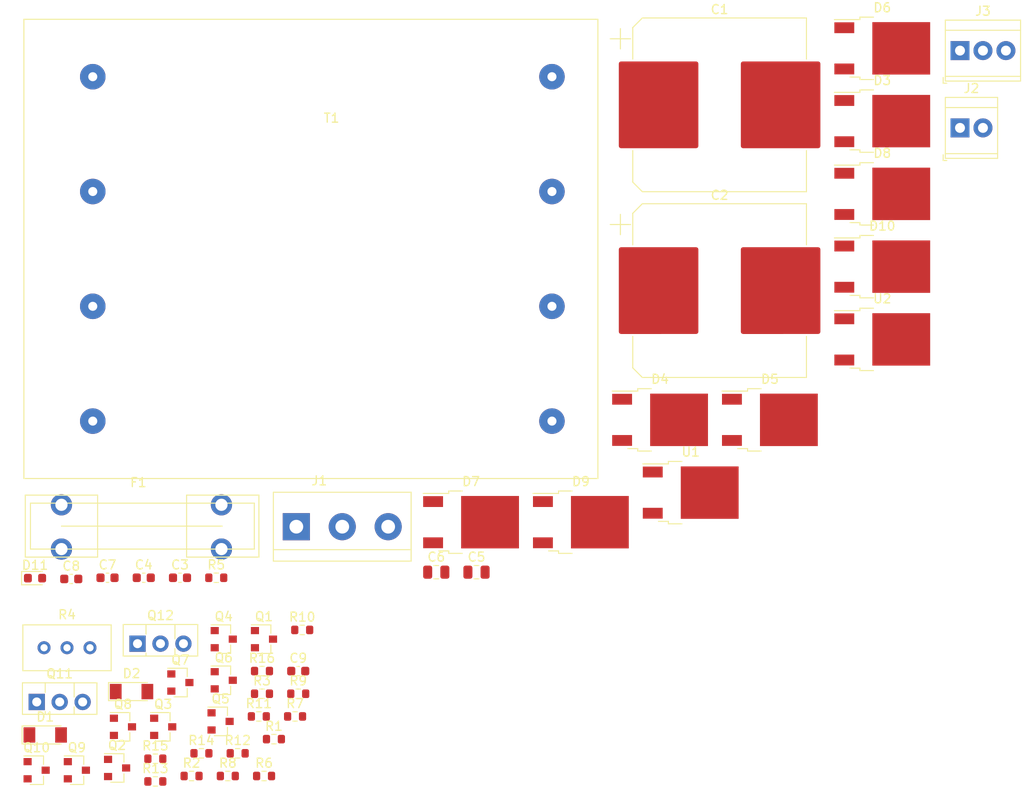
<source format=kicad_pcb>
(kicad_pcb (version 20171130) (host pcbnew 5.1.8-1.fc32)

  (general
    (thickness 1.6)
    (drawings 0)
    (tracks 0)
    (zones 0)
    (modules 55)
    (nets 32)
  )

  (page A4)
  (layers
    (0 F.Cu signal)
    (31 B.Cu signal)
    (32 B.Adhes user)
    (33 F.Adhes user)
    (34 B.Paste user)
    (35 F.Paste user)
    (36 B.SilkS user)
    (37 F.SilkS user)
    (38 B.Mask user)
    (39 F.Mask user)
    (40 Dwgs.User user)
    (41 Cmts.User user)
    (42 Eco1.User user)
    (43 Eco2.User user)
    (44 Edge.Cuts user)
    (45 Margin user)
    (46 B.CrtYd user)
    (47 F.CrtYd user)
    (48 B.Fab user)
    (49 F.Fab user)
  )

  (setup
    (last_trace_width 0.25)
    (trace_clearance 0.2)
    (zone_clearance 0.508)
    (zone_45_only no)
    (trace_min 0.2)
    (via_size 0.8)
    (via_drill 0.4)
    (via_min_size 0.4)
    (via_min_drill 0.3)
    (uvia_size 0.3)
    (uvia_drill 0.1)
    (uvias_allowed no)
    (uvia_min_size 0.2)
    (uvia_min_drill 0.1)
    (edge_width 0.05)
    (segment_width 0.2)
    (pcb_text_width 0.3)
    (pcb_text_size 1.5 1.5)
    (mod_edge_width 0.12)
    (mod_text_size 1 1)
    (mod_text_width 0.15)
    (pad_size 1.524 1.524)
    (pad_drill 0.762)
    (pad_to_mask_clearance 0)
    (aux_axis_origin 0 0)
    (visible_elements FFFFFF7F)
    (pcbplotparams
      (layerselection 0x010fc_ffffffff)
      (usegerberextensions false)
      (usegerberattributes true)
      (usegerberadvancedattributes true)
      (creategerberjobfile true)
      (excludeedgelayer true)
      (linewidth 0.100000)
      (plotframeref false)
      (viasonmask false)
      (mode 1)
      (useauxorigin false)
      (hpglpennumber 1)
      (hpglpenspeed 20)
      (hpglpendiameter 15.000000)
      (psnegative false)
      (psa4output false)
      (plotreference true)
      (plotvalue true)
      (plotinvisibletext false)
      (padsonsilk false)
      (subtractmaskfromsilk false)
      (outputformat 1)
      (mirror false)
      (drillshape 1)
      (scaleselection 1)
      (outputdirectory ""))
  )

  (net 0 "")
  (net 1 Earth)
  (net 2 "Net-(C1-Pad1)")
  (net 3 "Net-(C2-Pad2)")
  (net 4 +V)
  (net 5 -V)
  (net 6 "Net-(D1-Pad2)")
  (net 7 "Net-(D1-Pad1)")
  (net 8 "Net-(D3-Pad2)")
  (net 9 "Net-(D4-Pad2)")
  (net 10 "Net-(D5-Pad2)")
  (net 11 "Net-(D10-Pad1)")
  (net 12 "Net-(D11-Pad1)")
  (net 13 "Net-(F1-Pad1)")
  (net 14 "Net-(F1-Pad2)")
  (net 15 "Net-(J1-Pad3)")
  (net 16 /power_stage/OUT)
  (net 17 "Net-(C9-Pad2)")
  (net 18 "Net-(C9-Pad1)")
  (net 19 "Net-(Q1-Pad2)")
  (net 20 "Net-(Q2-Pad2)")
  (net 21 "Net-(Q2-Pad1)")
  (net 22 "Net-(Q3-Pad3)")
  (net 23 "Net-(Q3-Pad2)")
  (net 24 "Net-(Q3-Pad1)")
  (net 25 "Net-(Q4-Pad2)")
  (net 26 "Net-(Q5-Pad2)")
  (net 27 "Net-(Q5-Pad1)")
  (net 28 "Net-(Q7-Pad2)")
  (net 29 "Net-(Q8-Pad2)")
  (net 30 "Net-(Q11-Pad3)")
  (net 31 "Net-(Q10-Pad3)")

  (net_class Default "This is the default net class."
    (clearance 0.2)
    (trace_width 0.25)
    (via_dia 0.8)
    (via_drill 0.4)
    (uvia_dia 0.3)
    (uvia_drill 0.1)
    (add_net +V)
    (add_net -V)
    (add_net /power_stage/IN)
    (add_net /power_stage/OUT)
    (add_net Earth)
    (add_net "Net-(C1-Pad1)")
    (add_net "Net-(C2-Pad2)")
    (add_net "Net-(C9-Pad1)")
    (add_net "Net-(C9-Pad2)")
    (add_net "Net-(D1-Pad1)")
    (add_net "Net-(D1-Pad2)")
    (add_net "Net-(D10-Pad1)")
    (add_net "Net-(D11-Pad1)")
    (add_net "Net-(D3-Pad2)")
    (add_net "Net-(D4-Pad2)")
    (add_net "Net-(D5-Pad2)")
    (add_net "Net-(F1-Pad1)")
    (add_net "Net-(F1-Pad2)")
    (add_net "Net-(J1-Pad3)")
    (add_net "Net-(Q1-Pad2)")
    (add_net "Net-(Q10-Pad3)")
    (add_net "Net-(Q11-Pad3)")
    (add_net "Net-(Q2-Pad1)")
    (add_net "Net-(Q2-Pad2)")
    (add_net "Net-(Q3-Pad1)")
    (add_net "Net-(Q3-Pad2)")
    (add_net "Net-(Q3-Pad3)")
    (add_net "Net-(Q4-Pad2)")
    (add_net "Net-(Q5-Pad1)")
    (add_net "Net-(Q5-Pad2)")
    (add_net "Net-(Q7-Pad2)")
    (add_net "Net-(Q8-Pad2)")
  )

  (module Package_TO_SOT_SMD:TO-252-2 (layer F.Cu) (tedit 5A70A390) (tstamp 5FCCA919)
    (at 175.095 65.35)
    (descr "TO-252 / DPAK SMD package, http://www.infineon.com/cms/en/product/packages/PG-TO252/PG-TO252-3-1/")
    (tags "DPAK TO-252 DPAK-3 TO-252-3 SOT-428")
    (path /5FD0B255/5FD04E34)
    (attr smd)
    (fp_text reference U2 (at 0 -4.5) (layer F.SilkS)
      (effects (font (size 1 1) (thickness 0.15)))
    )
    (fp_text value L7915 (at 0 4.5) (layer F.Fab)
      (effects (font (size 1 1) (thickness 0.15)))
    )
    (fp_text user %R (at 0 0) (layer F.Fab)
      (effects (font (size 1 1) (thickness 0.15)))
    )
    (fp_line (start 3.95 -2.7) (end 4.95 -2.7) (layer F.Fab) (width 0.1))
    (fp_line (start 4.95 -2.7) (end 4.95 2.7) (layer F.Fab) (width 0.1))
    (fp_line (start 4.95 2.7) (end 3.95 2.7) (layer F.Fab) (width 0.1))
    (fp_line (start 3.95 -3.25) (end 3.95 3.25) (layer F.Fab) (width 0.1))
    (fp_line (start 3.95 3.25) (end -2.27 3.25) (layer F.Fab) (width 0.1))
    (fp_line (start -2.27 3.25) (end -2.27 -2.25) (layer F.Fab) (width 0.1))
    (fp_line (start -2.27 -2.25) (end -1.27 -3.25) (layer F.Fab) (width 0.1))
    (fp_line (start -1.27 -3.25) (end 3.95 -3.25) (layer F.Fab) (width 0.1))
    (fp_line (start -1.865 -2.655) (end -4.97 -2.655) (layer F.Fab) (width 0.1))
    (fp_line (start -4.97 -2.655) (end -4.97 -1.905) (layer F.Fab) (width 0.1))
    (fp_line (start -4.97 -1.905) (end -2.27 -1.905) (layer F.Fab) (width 0.1))
    (fp_line (start -2.27 1.905) (end -4.97 1.905) (layer F.Fab) (width 0.1))
    (fp_line (start -4.97 1.905) (end -4.97 2.655) (layer F.Fab) (width 0.1))
    (fp_line (start -4.97 2.655) (end -2.27 2.655) (layer F.Fab) (width 0.1))
    (fp_line (start -0.97 -3.45) (end -2.47 -3.45) (layer F.SilkS) (width 0.12))
    (fp_line (start -2.47 -3.45) (end -2.47 -3.18) (layer F.SilkS) (width 0.12))
    (fp_line (start -2.47 -3.18) (end -5.3 -3.18) (layer F.SilkS) (width 0.12))
    (fp_line (start -0.97 3.45) (end -2.47 3.45) (layer F.SilkS) (width 0.12))
    (fp_line (start -2.47 3.45) (end -2.47 3.18) (layer F.SilkS) (width 0.12))
    (fp_line (start -2.47 3.18) (end -3.57 3.18) (layer F.SilkS) (width 0.12))
    (fp_line (start -5.55 -3.5) (end -5.55 3.5) (layer F.CrtYd) (width 0.05))
    (fp_line (start -5.55 3.5) (end 5.55 3.5) (layer F.CrtYd) (width 0.05))
    (fp_line (start 5.55 3.5) (end 5.55 -3.5) (layer F.CrtYd) (width 0.05))
    (fp_line (start 5.55 -3.5) (end -5.55 -3.5) (layer F.CrtYd) (width 0.05))
    (pad "" smd rect (at 0.425 1.525) (size 3.05 2.75) (layers F.Paste))
    (pad "" smd rect (at 3.775 -1.525) (size 3.05 2.75) (layers F.Paste))
    (pad "" smd rect (at 0.425 -1.525) (size 3.05 2.75) (layers F.Paste))
    (pad "" smd rect (at 3.775 1.525) (size 3.05 2.75) (layers F.Paste))
    (pad 2 smd rect (at 2.1 0) (size 6.4 5.8) (layers F.Cu F.Mask)
      (net 3 "Net-(C2-Pad2)"))
    (pad 3 smd rect (at -4.2 2.28) (size 2.2 1.2) (layers F.Cu F.Paste F.Mask)
      (net 5 -V))
    (pad 1 smd rect (at -4.2 -2.28) (size 2.2 1.2) (layers F.Cu F.Paste F.Mask)
      (net 1 Earth))
    (model ${KISYS3DMOD}/Package_TO_SOT_SMD.3dshapes/TO-252-2.wrl
      (at (xyz 0 0 0))
      (scale (xyz 1 1 1))
      (rotate (xyz 0 0 0))
    )
  )

  (module Package_TO_SOT_SMD:TO-252-2 (layer F.Cu) (tedit 5A70A390) (tstamp 5FCCA8F5)
    (at 153.905 82.3)
    (descr "TO-252 / DPAK SMD package, http://www.infineon.com/cms/en/product/packages/PG-TO252/PG-TO252-3-1/")
    (tags "DPAK TO-252 DPAK-3 TO-252-3 SOT-428")
    (path /5FD0B255/5FD04E60)
    (attr smd)
    (fp_text reference U1 (at 0 -4.5) (layer F.SilkS)
      (effects (font (size 1 1) (thickness 0.15)))
    )
    (fp_text value L7815 (at 0 4.5) (layer F.Fab)
      (effects (font (size 1 1) (thickness 0.15)))
    )
    (fp_text user %R (at 0 0) (layer F.Fab)
      (effects (font (size 1 1) (thickness 0.15)))
    )
    (fp_line (start 3.95 -2.7) (end 4.95 -2.7) (layer F.Fab) (width 0.1))
    (fp_line (start 4.95 -2.7) (end 4.95 2.7) (layer F.Fab) (width 0.1))
    (fp_line (start 4.95 2.7) (end 3.95 2.7) (layer F.Fab) (width 0.1))
    (fp_line (start 3.95 -3.25) (end 3.95 3.25) (layer F.Fab) (width 0.1))
    (fp_line (start 3.95 3.25) (end -2.27 3.25) (layer F.Fab) (width 0.1))
    (fp_line (start -2.27 3.25) (end -2.27 -2.25) (layer F.Fab) (width 0.1))
    (fp_line (start -2.27 -2.25) (end -1.27 -3.25) (layer F.Fab) (width 0.1))
    (fp_line (start -1.27 -3.25) (end 3.95 -3.25) (layer F.Fab) (width 0.1))
    (fp_line (start -1.865 -2.655) (end -4.97 -2.655) (layer F.Fab) (width 0.1))
    (fp_line (start -4.97 -2.655) (end -4.97 -1.905) (layer F.Fab) (width 0.1))
    (fp_line (start -4.97 -1.905) (end -2.27 -1.905) (layer F.Fab) (width 0.1))
    (fp_line (start -2.27 1.905) (end -4.97 1.905) (layer F.Fab) (width 0.1))
    (fp_line (start -4.97 1.905) (end -4.97 2.655) (layer F.Fab) (width 0.1))
    (fp_line (start -4.97 2.655) (end -2.27 2.655) (layer F.Fab) (width 0.1))
    (fp_line (start -0.97 -3.45) (end -2.47 -3.45) (layer F.SilkS) (width 0.12))
    (fp_line (start -2.47 -3.45) (end -2.47 -3.18) (layer F.SilkS) (width 0.12))
    (fp_line (start -2.47 -3.18) (end -5.3 -3.18) (layer F.SilkS) (width 0.12))
    (fp_line (start -0.97 3.45) (end -2.47 3.45) (layer F.SilkS) (width 0.12))
    (fp_line (start -2.47 3.45) (end -2.47 3.18) (layer F.SilkS) (width 0.12))
    (fp_line (start -2.47 3.18) (end -3.57 3.18) (layer F.SilkS) (width 0.12))
    (fp_line (start -5.55 -3.5) (end -5.55 3.5) (layer F.CrtYd) (width 0.05))
    (fp_line (start -5.55 3.5) (end 5.55 3.5) (layer F.CrtYd) (width 0.05))
    (fp_line (start 5.55 3.5) (end 5.55 -3.5) (layer F.CrtYd) (width 0.05))
    (fp_line (start 5.55 -3.5) (end -5.55 -3.5) (layer F.CrtYd) (width 0.05))
    (pad "" smd rect (at 0.425 1.525) (size 3.05 2.75) (layers F.Paste))
    (pad "" smd rect (at 3.775 -1.525) (size 3.05 2.75) (layers F.Paste))
    (pad "" smd rect (at 0.425 -1.525) (size 3.05 2.75) (layers F.Paste))
    (pad "" smd rect (at 3.775 1.525) (size 3.05 2.75) (layers F.Paste))
    (pad 2 smd rect (at 2.1 0) (size 6.4 5.8) (layers F.Cu F.Mask)
      (net 1 Earth))
    (pad 3 smd rect (at -4.2 2.28) (size 2.2 1.2) (layers F.Cu F.Paste F.Mask)
      (net 4 +V))
    (pad 1 smd rect (at -4.2 -2.28) (size 2.2 1.2) (layers F.Cu F.Paste F.Mask)
      (net 2 "Net-(C1-Pad1)"))
    (model ${KISYS3DMOD}/Package_TO_SOT_SMD.3dshapes/TO-252-2.wrl
      (at (xyz 0 0 0))
      (scale (xyz 1 1 1))
      (rotate (xyz 0 0 0))
    )
  )

  (module Transformer_THT:Transformer_Hammond_229B34 (layer F.Cu) (tedit 5FC14D84) (tstamp 5FCCA8D1)
    (at 87.754 74.389)
    (path /5FD0B255/5FD04CE2)
    (fp_text reference T1 (at 26.416 -33.528) (layer F.SilkS)
      (effects (font (size 1 1) (thickness 0.15)))
    )
    (fp_text value Hammond_229B34 (at 25.4 -12.446) (layer F.Fab)
      (effects (font (size 1 1) (thickness 0.15)))
    )
    (fp_line (start -7.62 6.35) (end -7.62 -44.45) (layer F.SilkS) (width 0.12))
    (fp_line (start -7.62 -44.45) (end 55.88 -44.45) (layer F.SilkS) (width 0.12))
    (fp_line (start 55.88 -44.45) (end 55.88 6.35) (layer F.SilkS) (width 0.12))
    (fp_line (start 55.88 6.35) (end -7.62 6.35) (layer F.SilkS) (width 0.12))
    (fp_line (start -7.874 -44.704) (end 56.134 -44.704) (layer F.CrtYd) (width 0.12))
    (fp_line (start 56.134 -44.704) (end 56.134 6.604) (layer F.CrtYd) (width 0.12))
    (fp_line (start 56.134 6.604) (end -7.874 6.604) (layer F.CrtYd) (width 0.12))
    (fp_line (start -7.874 6.604) (end -7.874 -44.704) (layer F.CrtYd) (width 0.12))
    (pad 8 thru_hole circle (at 50.8 -25.4) (size 2.824 2.824) (drill 1) (layers *.Cu *.Mask)
      (net 9 "Net-(D4-Pad2)"))
    (pad 7 thru_hole circle (at 50.8 -38.1) (size 2.824 2.824) (drill 1) (layers *.Cu *.Mask)
      (net 8 "Net-(D3-Pad2)"))
    (pad 6 thru_hole circle (at 50.8 -12.7) (size 2.824 2.824) (drill 1) (layers *.Cu *.Mask)
      (net 10 "Net-(D5-Pad2)"))
    (pad 5 thru_hole circle (at 50.8 0) (size 2.824 2.824) (drill 1) (layers *.Cu *.Mask)
      (net 11 "Net-(D10-Pad1)"))
    (pad 4 thru_hole circle (at 0 -25.4) (size 2.824 2.824) (drill 1) (layers *.Cu *.Mask)
      (net 15 "Net-(J1-Pad3)"))
    (pad 3 thru_hole circle (at 0 -38.1) (size 2.824 2.824) (drill 1) (layers *.Cu *.Mask)
      (net 13 "Net-(F1-Pad1)"))
    (pad 2 thru_hole circle (at 0 -12.7) (size 2.824 2.824) (drill 1) (layers *.Cu *.Mask)
      (net 15 "Net-(J1-Pad3)"))
    (pad 1 thru_hole circle (at 0 0) (size 2.824 2.824) (drill 1) (layers *.Cu *.Mask)
      (net 13 "Net-(F1-Pad1)"))
    (model "${LOCAL_LIBS}/local/Transformers.pretty/Hammond 229/Hammond 229B34.wrl"
      (offset (xyz -7.5 -7 0))
      (scale (xyz 0.4 0.4 0.4))
      (rotate (xyz 0 0 0))
    )
    (model ${KISYS3DMOD}/Transformer_THT.3dshapes/Transformer_Hammond_229B34.wrl
      (at (xyz 0 0 0))
      (scale (xyz 1 1 1))
      (rotate (xyz 0 0 0))
    )
  )

  (module Resistor_SMD:R_0603_1608Metric (layer F.Cu) (tedit 5F68FEEE) (tstamp 5FCCA8BD)
    (at 106.475 102.04)
    (descr "Resistor SMD 0603 (1608 Metric), square (rectangular) end terminal, IPC_7351 nominal, (Body size source: IPC-SM-782 page 72, https://www.pcb-3d.com/wordpress/wp-content/uploads/ipc-sm-782a_amendment_1_and_2.pdf), generated with kicad-footprint-generator")
    (tags resistor)
    (path /5FCF741F/600AA083)
    (attr smd)
    (fp_text reference R16 (at 0 -1.43) (layer F.SilkS)
      (effects (font (size 1 1) (thickness 0.15)))
    )
    (fp_text value 270 (at 0 1.43) (layer F.Fab)
      (effects (font (size 1 1) (thickness 0.15)))
    )
    (fp_text user %R (at 0 0) (layer F.Fab)
      (effects (font (size 0.4 0.4) (thickness 0.06)))
    )
    (fp_line (start -0.8 0.4125) (end -0.8 -0.4125) (layer F.Fab) (width 0.1))
    (fp_line (start -0.8 -0.4125) (end 0.8 -0.4125) (layer F.Fab) (width 0.1))
    (fp_line (start 0.8 -0.4125) (end 0.8 0.4125) (layer F.Fab) (width 0.1))
    (fp_line (start 0.8 0.4125) (end -0.8 0.4125) (layer F.Fab) (width 0.1))
    (fp_line (start -0.237258 -0.5225) (end 0.237258 -0.5225) (layer F.SilkS) (width 0.12))
    (fp_line (start -0.237258 0.5225) (end 0.237258 0.5225) (layer F.SilkS) (width 0.12))
    (fp_line (start -1.48 0.73) (end -1.48 -0.73) (layer F.CrtYd) (width 0.05))
    (fp_line (start -1.48 -0.73) (end 1.48 -0.73) (layer F.CrtYd) (width 0.05))
    (fp_line (start 1.48 -0.73) (end 1.48 0.73) (layer F.CrtYd) (width 0.05))
    (fp_line (start 1.48 0.73) (end -1.48 0.73) (layer F.CrtYd) (width 0.05))
    (pad 2 smd roundrect (at 0.825 0) (size 0.8 0.95) (layers F.Cu F.Paste F.Mask) (roundrect_rratio 0.25)
      (net 5 -V))
    (pad 1 smd roundrect (at -0.825 0) (size 0.8 0.95) (layers F.Cu F.Paste F.Mask) (roundrect_rratio 0.25)
      (net 31 "Net-(Q10-Pad3)"))
    (model ${KISYS3DMOD}/Resistor_SMD.3dshapes/R_0603_1608Metric.wrl
      (at (xyz 0 0 0))
      (scale (xyz 1 1 1))
      (rotate (xyz 0 0 0))
    )
  )

  (module Resistor_SMD:R_0603_1608Metric (layer F.Cu) (tedit 5F68FEEE) (tstamp 5FCCA8AC)
    (at 94.675 111.74)
    (descr "Resistor SMD 0603 (1608 Metric), square (rectangular) end terminal, IPC_7351 nominal, (Body size source: IPC-SM-782 page 72, https://www.pcb-3d.com/wordpress/wp-content/uploads/ipc-sm-782a_amendment_1_and_2.pdf), generated with kicad-footprint-generator")
    (tags resistor)
    (path /5FCF741F/600AA07C)
    (attr smd)
    (fp_text reference R15 (at 0 -1.43) (layer F.SilkS)
      (effects (font (size 1 1) (thickness 0.15)))
    )
    (fp_text value 270 (at 0 1.43) (layer F.Fab)
      (effects (font (size 1 1) (thickness 0.15)))
    )
    (fp_text user %R (at 0 0) (layer F.Fab)
      (effects (font (size 0.4 0.4) (thickness 0.06)))
    )
    (fp_line (start -0.8 0.4125) (end -0.8 -0.4125) (layer F.Fab) (width 0.1))
    (fp_line (start -0.8 -0.4125) (end 0.8 -0.4125) (layer F.Fab) (width 0.1))
    (fp_line (start 0.8 -0.4125) (end 0.8 0.4125) (layer F.Fab) (width 0.1))
    (fp_line (start 0.8 0.4125) (end -0.8 0.4125) (layer F.Fab) (width 0.1))
    (fp_line (start -0.237258 -0.5225) (end 0.237258 -0.5225) (layer F.SilkS) (width 0.12))
    (fp_line (start -0.237258 0.5225) (end 0.237258 0.5225) (layer F.SilkS) (width 0.12))
    (fp_line (start -1.48 0.73) (end -1.48 -0.73) (layer F.CrtYd) (width 0.05))
    (fp_line (start -1.48 -0.73) (end 1.48 -0.73) (layer F.CrtYd) (width 0.05))
    (fp_line (start 1.48 -0.73) (end 1.48 0.73) (layer F.CrtYd) (width 0.05))
    (fp_line (start 1.48 0.73) (end -1.48 0.73) (layer F.CrtYd) (width 0.05))
    (pad 2 smd roundrect (at 0.825 0) (size 0.8 0.95) (layers F.Cu F.Paste F.Mask) (roundrect_rratio 0.25)
      (net 30 "Net-(Q11-Pad3)"))
    (pad 1 smd roundrect (at -0.825 0) (size 0.8 0.95) (layers F.Cu F.Paste F.Mask) (roundrect_rratio 0.25)
      (net 4 +V))
    (model ${KISYS3DMOD}/Resistor_SMD.3dshapes/R_0603_1608Metric.wrl
      (at (xyz 0 0 0))
      (scale (xyz 1 1 1))
      (rotate (xyz 0 0 0))
    )
  )

  (module Resistor_SMD:R_0603_1608Metric (layer F.Cu) (tedit 5F68FEEE) (tstamp 5FCCA89B)
    (at 99.775 111.14)
    (descr "Resistor SMD 0603 (1608 Metric), square (rectangular) end terminal, IPC_7351 nominal, (Body size source: IPC-SM-782 page 72, https://www.pcb-3d.com/wordpress/wp-content/uploads/ipc-sm-782a_amendment_1_and_2.pdf), generated with kicad-footprint-generator")
    (tags resistor)
    (path /5FCF741F/600AA092)
    (attr smd)
    (fp_text reference R14 (at 0 -1.43) (layer F.SilkS)
      (effects (font (size 1 1) (thickness 0.15)))
    )
    (fp_text value 4.7K (at 0 1.43) (layer F.Fab)
      (effects (font (size 1 1) (thickness 0.15)))
    )
    (fp_text user %R (at 0 0) (layer F.Fab)
      (effects (font (size 0.4 0.4) (thickness 0.06)))
    )
    (fp_line (start -0.8 0.4125) (end -0.8 -0.4125) (layer F.Fab) (width 0.1))
    (fp_line (start -0.8 -0.4125) (end 0.8 -0.4125) (layer F.Fab) (width 0.1))
    (fp_line (start 0.8 -0.4125) (end 0.8 0.4125) (layer F.Fab) (width 0.1))
    (fp_line (start 0.8 0.4125) (end -0.8 0.4125) (layer F.Fab) (width 0.1))
    (fp_line (start -0.237258 -0.5225) (end 0.237258 -0.5225) (layer F.SilkS) (width 0.12))
    (fp_line (start -0.237258 0.5225) (end 0.237258 0.5225) (layer F.SilkS) (width 0.12))
    (fp_line (start -1.48 0.73) (end -1.48 -0.73) (layer F.CrtYd) (width 0.05))
    (fp_line (start -1.48 -0.73) (end 1.48 -0.73) (layer F.CrtYd) (width 0.05))
    (fp_line (start 1.48 -0.73) (end 1.48 0.73) (layer F.CrtYd) (width 0.05))
    (fp_line (start 1.48 0.73) (end -1.48 0.73) (layer F.CrtYd) (width 0.05))
    (pad 2 smd roundrect (at 0.825 0) (size 0.8 0.95) (layers F.Cu F.Paste F.Mask) (roundrect_rratio 0.25)
      (net 5 -V))
    (pad 1 smd roundrect (at -0.825 0) (size 0.8 0.95) (layers F.Cu F.Paste F.Mask) (roundrect_rratio 0.25)
      (net 18 "Net-(C9-Pad1)"))
    (model ${KISYS3DMOD}/Resistor_SMD.3dshapes/R_0603_1608Metric.wrl
      (at (xyz 0 0 0))
      (scale (xyz 1 1 1))
      (rotate (xyz 0 0 0))
    )
  )

  (module Resistor_SMD:R_0603_1608Metric (layer F.Cu) (tedit 5F68FEEE) (tstamp 5FCCA88A)
    (at 94.675 114.25)
    (descr "Resistor SMD 0603 (1608 Metric), square (rectangular) end terminal, IPC_7351 nominal, (Body size source: IPC-SM-782 page 72, https://www.pcb-3d.com/wordpress/wp-content/uploads/ipc-sm-782a_amendment_1_and_2.pdf), generated with kicad-footprint-generator")
    (tags resistor)
    (path /5FCF741F/600AA08A)
    (attr smd)
    (fp_text reference R13 (at 0 -1.43) (layer F.SilkS)
      (effects (font (size 1 1) (thickness 0.15)))
    )
    (fp_text value 4.7K (at 0 1.43) (layer F.Fab)
      (effects (font (size 1 1) (thickness 0.15)))
    )
    (fp_text user %R (at 0 0) (layer F.Fab)
      (effects (font (size 0.4 0.4) (thickness 0.06)))
    )
    (fp_line (start -0.8 0.4125) (end -0.8 -0.4125) (layer F.Fab) (width 0.1))
    (fp_line (start -0.8 -0.4125) (end 0.8 -0.4125) (layer F.Fab) (width 0.1))
    (fp_line (start 0.8 -0.4125) (end 0.8 0.4125) (layer F.Fab) (width 0.1))
    (fp_line (start 0.8 0.4125) (end -0.8 0.4125) (layer F.Fab) (width 0.1))
    (fp_line (start -0.237258 -0.5225) (end 0.237258 -0.5225) (layer F.SilkS) (width 0.12))
    (fp_line (start -0.237258 0.5225) (end 0.237258 0.5225) (layer F.SilkS) (width 0.12))
    (fp_line (start -1.48 0.73) (end -1.48 -0.73) (layer F.CrtYd) (width 0.05))
    (fp_line (start -1.48 -0.73) (end 1.48 -0.73) (layer F.CrtYd) (width 0.05))
    (fp_line (start 1.48 -0.73) (end 1.48 0.73) (layer F.CrtYd) (width 0.05))
    (fp_line (start 1.48 0.73) (end -1.48 0.73) (layer F.CrtYd) (width 0.05))
    (pad 2 smd roundrect (at 0.825 0) (size 0.8 0.95) (layers F.Cu F.Paste F.Mask) (roundrect_rratio 0.25)
      (net 6 "Net-(D1-Pad2)"))
    (pad 1 smd roundrect (at -0.825 0) (size 0.8 0.95) (layers F.Cu F.Paste F.Mask) (roundrect_rratio 0.25)
      (net 4 +V))
    (model ${KISYS3DMOD}/Resistor_SMD.3dshapes/R_0603_1608Metric.wrl
      (at (xyz 0 0 0))
      (scale (xyz 1 1 1))
      (rotate (xyz 0 0 0))
    )
  )

  (module Resistor_SMD:R_0603_1608Metric (layer F.Cu) (tedit 5F68FEEE) (tstamp 5FCCA879)
    (at 103.785 111.14)
    (descr "Resistor SMD 0603 (1608 Metric), square (rectangular) end terminal, IPC_7351 nominal, (Body size source: IPC-SM-782 page 72, https://www.pcb-3d.com/wordpress/wp-content/uploads/ipc-sm-782a_amendment_1_and_2.pdf), generated with kicad-footprint-generator")
    (tags resistor)
    (path /5FCF741F/600AA15E)
    (attr smd)
    (fp_text reference R12 (at 0 -1.43) (layer F.SilkS)
      (effects (font (size 1 1) (thickness 0.15)))
    )
    (fp_text value 20K (at 0 1.43) (layer F.Fab)
      (effects (font (size 1 1) (thickness 0.15)))
    )
    (fp_text user %R (at 0 0) (layer F.Fab)
      (effects (font (size 0.4 0.4) (thickness 0.06)))
    )
    (fp_line (start -0.8 0.4125) (end -0.8 -0.4125) (layer F.Fab) (width 0.1))
    (fp_line (start -0.8 -0.4125) (end 0.8 -0.4125) (layer F.Fab) (width 0.1))
    (fp_line (start 0.8 -0.4125) (end 0.8 0.4125) (layer F.Fab) (width 0.1))
    (fp_line (start 0.8 0.4125) (end -0.8 0.4125) (layer F.Fab) (width 0.1))
    (fp_line (start -0.237258 -0.5225) (end 0.237258 -0.5225) (layer F.SilkS) (width 0.12))
    (fp_line (start -0.237258 0.5225) (end 0.237258 0.5225) (layer F.SilkS) (width 0.12))
    (fp_line (start -1.48 0.73) (end -1.48 -0.73) (layer F.CrtYd) (width 0.05))
    (fp_line (start -1.48 -0.73) (end 1.48 -0.73) (layer F.CrtYd) (width 0.05))
    (fp_line (start 1.48 -0.73) (end 1.48 0.73) (layer F.CrtYd) (width 0.05))
    (fp_line (start 1.48 0.73) (end -1.48 0.73) (layer F.CrtYd) (width 0.05))
    (pad 2 smd roundrect (at 0.825 0) (size 0.8 0.95) (layers F.Cu F.Paste F.Mask) (roundrect_rratio 0.25)
      (net 27 "Net-(Q5-Pad1)"))
    (pad 1 smd roundrect (at -0.825 0) (size 0.8 0.95) (layers F.Cu F.Paste F.Mask) (roundrect_rratio 0.25)
      (net 16 /power_stage/OUT))
    (model ${KISYS3DMOD}/Resistor_SMD.3dshapes/R_0603_1608Metric.wrl
      (at (xyz 0 0 0))
      (scale (xyz 1 1 1))
      (rotate (xyz 0 0 0))
    )
  )

  (module Resistor_SMD:R_0603_1608Metric (layer F.Cu) (tedit 5F68FEEE) (tstamp 5FCCA868)
    (at 106.125 107.06)
    (descr "Resistor SMD 0603 (1608 Metric), square (rectangular) end terminal, IPC_7351 nominal, (Body size source: IPC-SM-782 page 72, https://www.pcb-3d.com/wordpress/wp-content/uploads/ipc-sm-782a_amendment_1_and_2.pdf), generated with kicad-footprint-generator")
    (tags resistor)
    (path /5FCF741F/600AA0C2)
    (attr smd)
    (fp_text reference R11 (at 0 -1.43) (layer F.SilkS)
      (effects (font (size 1 1) (thickness 0.15)))
    )
    (fp_text value 68 (at 0 1.43) (layer F.Fab)
      (effects (font (size 1 1) (thickness 0.15)))
    )
    (fp_text user %R (at 0 0) (layer F.Fab)
      (effects (font (size 0.4 0.4) (thickness 0.06)))
    )
    (fp_line (start -0.8 0.4125) (end -0.8 -0.4125) (layer F.Fab) (width 0.1))
    (fp_line (start -0.8 -0.4125) (end 0.8 -0.4125) (layer F.Fab) (width 0.1))
    (fp_line (start 0.8 -0.4125) (end 0.8 0.4125) (layer F.Fab) (width 0.1))
    (fp_line (start 0.8 0.4125) (end -0.8 0.4125) (layer F.Fab) (width 0.1))
    (fp_line (start -0.237258 -0.5225) (end 0.237258 -0.5225) (layer F.SilkS) (width 0.12))
    (fp_line (start -0.237258 0.5225) (end 0.237258 0.5225) (layer F.SilkS) (width 0.12))
    (fp_line (start -1.48 0.73) (end -1.48 -0.73) (layer F.CrtYd) (width 0.05))
    (fp_line (start -1.48 -0.73) (end 1.48 -0.73) (layer F.CrtYd) (width 0.05))
    (fp_line (start 1.48 -0.73) (end 1.48 0.73) (layer F.CrtYd) (width 0.05))
    (fp_line (start 1.48 0.73) (end -1.48 0.73) (layer F.CrtYd) (width 0.05))
    (pad 2 smd roundrect (at 0.825 0) (size 0.8 0.95) (layers F.Cu F.Paste F.Mask) (roundrect_rratio 0.25)
      (net 5 -V))
    (pad 1 smd roundrect (at -0.825 0) (size 0.8 0.95) (layers F.Cu F.Paste F.Mask) (roundrect_rratio 0.25)
      (net 29 "Net-(Q8-Pad2)"))
    (model ${KISYS3DMOD}/Resistor_SMD.3dshapes/R_0603_1608Metric.wrl
      (at (xyz 0 0 0))
      (scale (xyz 1 1 1))
      (rotate (xyz 0 0 0))
    )
  )

  (module Resistor_SMD:R_0603_1608Metric (layer F.Cu) (tedit 5F68FEEE) (tstamp 5FCCA857)
    (at 110.925 97.49)
    (descr "Resistor SMD 0603 (1608 Metric), square (rectangular) end terminal, IPC_7351 nominal, (Body size source: IPC-SM-782 page 72, https://www.pcb-3d.com/wordpress/wp-content/uploads/ipc-sm-782a_amendment_1_and_2.pdf), generated with kicad-footprint-generator")
    (tags resistor)
    (path /5FCF741F/600AA0AA)
    (attr smd)
    (fp_text reference R10 (at 0 -1.43) (layer F.SilkS)
      (effects (font (size 1 1) (thickness 0.15)))
    )
    (fp_text value 68 (at 0 1.43) (layer F.Fab)
      (effects (font (size 1 1) (thickness 0.15)))
    )
    (fp_text user %R (at 0 0) (layer F.Fab)
      (effects (font (size 0.4 0.4) (thickness 0.06)))
    )
    (fp_line (start -0.8 0.4125) (end -0.8 -0.4125) (layer F.Fab) (width 0.1))
    (fp_line (start -0.8 -0.4125) (end 0.8 -0.4125) (layer F.Fab) (width 0.1))
    (fp_line (start 0.8 -0.4125) (end 0.8 0.4125) (layer F.Fab) (width 0.1))
    (fp_line (start 0.8 0.4125) (end -0.8 0.4125) (layer F.Fab) (width 0.1))
    (fp_line (start -0.237258 -0.5225) (end 0.237258 -0.5225) (layer F.SilkS) (width 0.12))
    (fp_line (start -0.237258 0.5225) (end 0.237258 0.5225) (layer F.SilkS) (width 0.12))
    (fp_line (start -1.48 0.73) (end -1.48 -0.73) (layer F.CrtYd) (width 0.05))
    (fp_line (start -1.48 -0.73) (end 1.48 -0.73) (layer F.CrtYd) (width 0.05))
    (fp_line (start 1.48 -0.73) (end 1.48 0.73) (layer F.CrtYd) (width 0.05))
    (fp_line (start 1.48 0.73) (end -1.48 0.73) (layer F.CrtYd) (width 0.05))
    (pad 2 smd roundrect (at 0.825 0) (size 0.8 0.95) (layers F.Cu F.Paste F.Mask) (roundrect_rratio 0.25)
      (net 28 "Net-(Q7-Pad2)"))
    (pad 1 smd roundrect (at -0.825 0) (size 0.8 0.95) (layers F.Cu F.Paste F.Mask) (roundrect_rratio 0.25)
      (net 4 +V))
    (model ${KISYS3DMOD}/Resistor_SMD.3dshapes/R_0603_1608Metric.wrl
      (at (xyz 0 0 0))
      (scale (xyz 1 1 1))
      (rotate (xyz 0 0 0))
    )
  )

  (module Resistor_SMD:R_0603_1608Metric (layer F.Cu) (tedit 5F68FEEE) (tstamp 5FCCA846)
    (at 110.485 104.55)
    (descr "Resistor SMD 0603 (1608 Metric), square (rectangular) end terminal, IPC_7351 nominal, (Body size source: IPC-SM-782 page 72, https://www.pcb-3d.com/wordpress/wp-content/uploads/ipc-sm-782a_amendment_1_and_2.pdf), generated with kicad-footprint-generator")
    (tags resistor)
    (path /5FCF741F/600AA0D7)
    (attr smd)
    (fp_text reference R9 (at 0 -1.43) (layer F.SilkS)
      (effects (font (size 1 1) (thickness 0.15)))
    )
    (fp_text value 1.8K (at 0 1.43) (layer F.Fab)
      (effects (font (size 1 1) (thickness 0.15)))
    )
    (fp_text user %R (at 0 0) (layer F.Fab)
      (effects (font (size 0.4 0.4) (thickness 0.06)))
    )
    (fp_line (start -0.8 0.4125) (end -0.8 -0.4125) (layer F.Fab) (width 0.1))
    (fp_line (start -0.8 -0.4125) (end 0.8 -0.4125) (layer F.Fab) (width 0.1))
    (fp_line (start 0.8 -0.4125) (end 0.8 0.4125) (layer F.Fab) (width 0.1))
    (fp_line (start 0.8 0.4125) (end -0.8 0.4125) (layer F.Fab) (width 0.1))
    (fp_line (start -0.237258 -0.5225) (end 0.237258 -0.5225) (layer F.SilkS) (width 0.12))
    (fp_line (start -0.237258 0.5225) (end 0.237258 0.5225) (layer F.SilkS) (width 0.12))
    (fp_line (start -1.48 0.73) (end -1.48 -0.73) (layer F.CrtYd) (width 0.05))
    (fp_line (start -1.48 -0.73) (end 1.48 -0.73) (layer F.CrtYd) (width 0.05))
    (fp_line (start 1.48 -0.73) (end 1.48 0.73) (layer F.CrtYd) (width 0.05))
    (fp_line (start 1.48 0.73) (end -1.48 0.73) (layer F.CrtYd) (width 0.05))
    (pad 2 smd roundrect (at 0.825 0) (size 0.8 0.95) (layers F.Cu F.Paste F.Mask) (roundrect_rratio 0.25)
      (net 5 -V))
    (pad 1 smd roundrect (at -0.825 0) (size 0.8 0.95) (layers F.Cu F.Paste F.Mask) (roundrect_rratio 0.25)
      (net 24 "Net-(Q3-Pad1)"))
    (model ${KISYS3DMOD}/Resistor_SMD.3dshapes/R_0603_1608Metric.wrl
      (at (xyz 0 0 0))
      (scale (xyz 1 1 1))
      (rotate (xyz 0 0 0))
    )
  )

  (module Resistor_SMD:R_0603_1608Metric (layer F.Cu) (tedit 5F68FEEE) (tstamp 5FCCA835)
    (at 102.695 113.65)
    (descr "Resistor SMD 0603 (1608 Metric), square (rectangular) end terminal, IPC_7351 nominal, (Body size source: IPC-SM-782 page 72, https://www.pcb-3d.com/wordpress/wp-content/uploads/ipc-sm-782a_amendment_1_and_2.pdf), generated with kicad-footprint-generator")
    (tags resistor)
    (path /5FCF741F/600AA164)
    (attr smd)
    (fp_text reference R8 (at 0 -1.43) (layer F.SilkS)
      (effects (font (size 1 1) (thickness 0.15)))
    )
    (fp_text value 1.8K (at 0 1.43) (layer F.Fab)
      (effects (font (size 1 1) (thickness 0.15)))
    )
    (fp_text user %R (at 0 0) (layer F.Fab)
      (effects (font (size 0.4 0.4) (thickness 0.06)))
    )
    (fp_line (start -0.8 0.4125) (end -0.8 -0.4125) (layer F.Fab) (width 0.1))
    (fp_line (start -0.8 -0.4125) (end 0.8 -0.4125) (layer F.Fab) (width 0.1))
    (fp_line (start 0.8 -0.4125) (end 0.8 0.4125) (layer F.Fab) (width 0.1))
    (fp_line (start 0.8 0.4125) (end -0.8 0.4125) (layer F.Fab) (width 0.1))
    (fp_line (start -0.237258 -0.5225) (end 0.237258 -0.5225) (layer F.SilkS) (width 0.12))
    (fp_line (start -0.237258 0.5225) (end 0.237258 0.5225) (layer F.SilkS) (width 0.12))
    (fp_line (start -1.48 0.73) (end -1.48 -0.73) (layer F.CrtYd) (width 0.05))
    (fp_line (start -1.48 -0.73) (end 1.48 -0.73) (layer F.CrtYd) (width 0.05))
    (fp_line (start 1.48 -0.73) (end 1.48 0.73) (layer F.CrtYd) (width 0.05))
    (fp_line (start 1.48 0.73) (end -1.48 0.73) (layer F.CrtYd) (width 0.05))
    (pad 2 smd roundrect (at 0.825 0) (size 0.8 0.95) (layers F.Cu F.Paste F.Mask) (roundrect_rratio 0.25)
      (net 1 Earth))
    (pad 1 smd roundrect (at -0.825 0) (size 0.8 0.95) (layers F.Cu F.Paste F.Mask) (roundrect_rratio 0.25)
      (net 27 "Net-(Q5-Pad1)"))
    (model ${KISYS3DMOD}/Resistor_SMD.3dshapes/R_0603_1608Metric.wrl
      (at (xyz 0 0 0))
      (scale (xyz 1 1 1))
      (rotate (xyz 0 0 0))
    )
  )

  (module Resistor_SMD:R_0603_1608Metric (layer F.Cu) (tedit 5F68FEEE) (tstamp 5FCCA824)
    (at 110.135 107.06)
    (descr "Resistor SMD 0603 (1608 Metric), square (rectangular) end terminal, IPC_7351 nominal, (Body size source: IPC-SM-782 page 72, https://www.pcb-3d.com/wordpress/wp-content/uploads/ipc-sm-782a_amendment_1_and_2.pdf), generated with kicad-footprint-generator")
    (tags resistor)
    (path /5FCF741F/600AA135)
    (attr smd)
    (fp_text reference R7 (at 0 -1.43) (layer F.SilkS)
      (effects (font (size 1 1) (thickness 0.15)))
    )
    (fp_text value 100 (at 0 1.43) (layer F.Fab)
      (effects (font (size 1 1) (thickness 0.15)))
    )
    (fp_text user %R (at 0 0) (layer F.Fab)
      (effects (font (size 0.4 0.4) (thickness 0.06)))
    )
    (fp_line (start -0.8 0.4125) (end -0.8 -0.4125) (layer F.Fab) (width 0.1))
    (fp_line (start -0.8 -0.4125) (end 0.8 -0.4125) (layer F.Fab) (width 0.1))
    (fp_line (start 0.8 -0.4125) (end 0.8 0.4125) (layer F.Fab) (width 0.1))
    (fp_line (start 0.8 0.4125) (end -0.8 0.4125) (layer F.Fab) (width 0.1))
    (fp_line (start -0.237258 -0.5225) (end 0.237258 -0.5225) (layer F.SilkS) (width 0.12))
    (fp_line (start -0.237258 0.5225) (end 0.237258 0.5225) (layer F.SilkS) (width 0.12))
    (fp_line (start -1.48 0.73) (end -1.48 -0.73) (layer F.CrtYd) (width 0.05))
    (fp_line (start -1.48 -0.73) (end 1.48 -0.73) (layer F.CrtYd) (width 0.05))
    (fp_line (start 1.48 -0.73) (end 1.48 0.73) (layer F.CrtYd) (width 0.05))
    (fp_line (start 1.48 0.73) (end -1.48 0.73) (layer F.CrtYd) (width 0.05))
    (pad 2 smd roundrect (at 0.825 0) (size 0.8 0.95) (layers F.Cu F.Paste F.Mask) (roundrect_rratio 0.25)
      (net 5 -V))
    (pad 1 smd roundrect (at -0.825 0) (size 0.8 0.95) (layers F.Cu F.Paste F.Mask) (roundrect_rratio 0.25)
      (net 25 "Net-(Q4-Pad2)"))
    (model ${KISYS3DMOD}/Resistor_SMD.3dshapes/R_0603_1608Metric.wrl
      (at (xyz 0 0 0))
      (scale (xyz 1 1 1))
      (rotate (xyz 0 0 0))
    )
  )

  (module Resistor_SMD:R_0603_1608Metric (layer F.Cu) (tedit 5F68FEEE) (tstamp 5FCCA813)
    (at 106.705 113.65)
    (descr "Resistor SMD 0603 (1608 Metric), square (rectangular) end terminal, IPC_7351 nominal, (Body size source: IPC-SM-782 page 72, https://www.pcb-3d.com/wordpress/wp-content/uploads/ipc-sm-782a_amendment_1_and_2.pdf), generated with kicad-footprint-generator")
    (tags resistor)
    (path /5FCF741F/600AA100)
    (attr smd)
    (fp_text reference R6 (at 0 -1.43) (layer F.SilkS)
      (effects (font (size 1 1) (thickness 0.15)))
    )
    (fp_text value 100 (at 0 1.43) (layer F.Fab)
      (effects (font (size 1 1) (thickness 0.15)))
    )
    (fp_text user %R (at 0 0) (layer F.Fab)
      (effects (font (size 0.4 0.4) (thickness 0.06)))
    )
    (fp_line (start -0.8 0.4125) (end -0.8 -0.4125) (layer F.Fab) (width 0.1))
    (fp_line (start -0.8 -0.4125) (end 0.8 -0.4125) (layer F.Fab) (width 0.1))
    (fp_line (start 0.8 -0.4125) (end 0.8 0.4125) (layer F.Fab) (width 0.1))
    (fp_line (start 0.8 0.4125) (end -0.8 0.4125) (layer F.Fab) (width 0.1))
    (fp_line (start -0.237258 -0.5225) (end 0.237258 -0.5225) (layer F.SilkS) (width 0.12))
    (fp_line (start -0.237258 0.5225) (end 0.237258 0.5225) (layer F.SilkS) (width 0.12))
    (fp_line (start -1.48 0.73) (end -1.48 -0.73) (layer F.CrtYd) (width 0.05))
    (fp_line (start -1.48 -0.73) (end 1.48 -0.73) (layer F.CrtYd) (width 0.05))
    (fp_line (start 1.48 -0.73) (end 1.48 0.73) (layer F.CrtYd) (width 0.05))
    (fp_line (start 1.48 0.73) (end -1.48 0.73) (layer F.CrtYd) (width 0.05))
    (pad 2 smd roundrect (at 0.825 0) (size 0.8 0.95) (layers F.Cu F.Paste F.Mask) (roundrect_rratio 0.25)
      (net 26 "Net-(Q5-Pad2)"))
    (pad 1 smd roundrect (at -0.825 0) (size 0.8 0.95) (layers F.Cu F.Paste F.Mask) (roundrect_rratio 0.25)
      (net 22 "Net-(Q3-Pad3)"))
    (model ${KISYS3DMOD}/Resistor_SMD.3dshapes/R_0603_1608Metric.wrl
      (at (xyz 0 0 0))
      (scale (xyz 1 1 1))
      (rotate (xyz 0 0 0))
    )
  )

  (module Resistor_SMD:R_0603_1608Metric (layer F.Cu) (tedit 5F68FEEE) (tstamp 5FCCA802)
    (at 101.415 91.72)
    (descr "Resistor SMD 0603 (1608 Metric), square (rectangular) end terminal, IPC_7351 nominal, (Body size source: IPC-SM-782 page 72, https://www.pcb-3d.com/wordpress/wp-content/uploads/ipc-sm-782a_amendment_1_and_2.pdf), generated with kicad-footprint-generator")
    (tags resistor)
    (path /5FD0B255/5FD04DC4)
    (attr smd)
    (fp_text reference R5 (at 0 -1.43) (layer F.SilkS)
      (effects (font (size 1 1) (thickness 0.15)))
    )
    (fp_text value 10K (at 0 1.43) (layer F.Fab)
      (effects (font (size 1 1) (thickness 0.15)))
    )
    (fp_text user %R (at 0 0) (layer F.Fab)
      (effects (font (size 0.4 0.4) (thickness 0.06)))
    )
    (fp_line (start -0.8 0.4125) (end -0.8 -0.4125) (layer F.Fab) (width 0.1))
    (fp_line (start -0.8 -0.4125) (end 0.8 -0.4125) (layer F.Fab) (width 0.1))
    (fp_line (start 0.8 -0.4125) (end 0.8 0.4125) (layer F.Fab) (width 0.1))
    (fp_line (start 0.8 0.4125) (end -0.8 0.4125) (layer F.Fab) (width 0.1))
    (fp_line (start -0.237258 -0.5225) (end 0.237258 -0.5225) (layer F.SilkS) (width 0.12))
    (fp_line (start -0.237258 0.5225) (end 0.237258 0.5225) (layer F.SilkS) (width 0.12))
    (fp_line (start -1.48 0.73) (end -1.48 -0.73) (layer F.CrtYd) (width 0.05))
    (fp_line (start -1.48 -0.73) (end 1.48 -0.73) (layer F.CrtYd) (width 0.05))
    (fp_line (start 1.48 -0.73) (end 1.48 0.73) (layer F.CrtYd) (width 0.05))
    (fp_line (start 1.48 0.73) (end -1.48 0.73) (layer F.CrtYd) (width 0.05))
    (pad 2 smd roundrect (at 0.825 0) (size 0.8 0.95) (layers F.Cu F.Paste F.Mask) (roundrect_rratio 0.25)
      (net 3 "Net-(C2-Pad2)"))
    (pad 1 smd roundrect (at -0.825 0) (size 0.8 0.95) (layers F.Cu F.Paste F.Mask) (roundrect_rratio 0.25)
      (net 12 "Net-(D11-Pad1)"))
    (model ${KISYS3DMOD}/Resistor_SMD.3dshapes/R_0603_1608Metric.wrl
      (at (xyz 0 0 0))
      (scale (xyz 1 1 1))
      (rotate (xyz 0 0 0))
    )
  )

  (module Potentiometer_THT:Potentiometer_Bourns_3296W_Vertical (layer F.Cu) (tedit 5A3D4994) (tstamp 5FCCA7F1)
    (at 87.445 99.46)
    (descr "Potentiometer, vertical, Bourns 3296W, https://www.bourns.com/pdfs/3296.pdf")
    (tags "Potentiometer vertical Bourns 3296W")
    (path /5FCF741F/600AA12A)
    (fp_text reference R4 (at -2.54 -3.66) (layer F.SilkS)
      (effects (font (size 1 1) (thickness 0.15)))
    )
    (fp_text value R_Trim (at -2.54 3.67) (layer F.Fab)
      (effects (font (size 1 1) (thickness 0.15)))
    )
    (fp_text user %R (at -3.175 0.005) (layer F.Fab)
      (effects (font (size 1 1) (thickness 0.15)))
    )
    (fp_circle (center 0.955 1.15) (end 2.05 1.15) (layer F.Fab) (width 0.1))
    (fp_line (start -7.305 -2.41) (end -7.305 2.42) (layer F.Fab) (width 0.1))
    (fp_line (start -7.305 2.42) (end 2.225 2.42) (layer F.Fab) (width 0.1))
    (fp_line (start 2.225 2.42) (end 2.225 -2.41) (layer F.Fab) (width 0.1))
    (fp_line (start 2.225 -2.41) (end -7.305 -2.41) (layer F.Fab) (width 0.1))
    (fp_line (start 0.955 2.235) (end 0.956 0.066) (layer F.Fab) (width 0.1))
    (fp_line (start 0.955 2.235) (end 0.956 0.066) (layer F.Fab) (width 0.1))
    (fp_line (start -7.425 -2.53) (end 2.345 -2.53) (layer F.SilkS) (width 0.12))
    (fp_line (start -7.425 2.54) (end 2.345 2.54) (layer F.SilkS) (width 0.12))
    (fp_line (start -7.425 -2.53) (end -7.425 2.54) (layer F.SilkS) (width 0.12))
    (fp_line (start 2.345 -2.53) (end 2.345 2.54) (layer F.SilkS) (width 0.12))
    (fp_line (start -7.6 -2.7) (end -7.6 2.7) (layer F.CrtYd) (width 0.05))
    (fp_line (start -7.6 2.7) (end 2.5 2.7) (layer F.CrtYd) (width 0.05))
    (fp_line (start 2.5 2.7) (end 2.5 -2.7) (layer F.CrtYd) (width 0.05))
    (fp_line (start 2.5 -2.7) (end -7.6 -2.7) (layer F.CrtYd) (width 0.05))
    (pad 3 thru_hole circle (at -5.08 0) (size 1.44 1.44) (drill 0.8) (layers *.Cu *.Mask))
    (pad 2 thru_hole circle (at -2.54 0) (size 1.44 1.44) (drill 0.8) (layers *.Cu *.Mask)
      (net 20 "Net-(Q2-Pad2)"))
    (pad 1 thru_hole circle (at 0 0) (size 1.44 1.44) (drill 0.8) (layers *.Cu *.Mask)
      (net 25 "Net-(Q4-Pad2)"))
    (model ${KISYS3DMOD}/Potentiometer_THT.3dshapes/Potentiometer_Bourns_3296W_Vertical.wrl
      (at (xyz 0 0 0))
      (scale (xyz 1 1 1))
      (rotate (xyz 0 0 0))
    )
  )

  (module Resistor_SMD:R_0603_1608Metric (layer F.Cu) (tedit 5F68FEEE) (tstamp 5FCCA7DA)
    (at 106.475 104.55)
    (descr "Resistor SMD 0603 (1608 Metric), square (rectangular) end terminal, IPC_7351 nominal, (Body size source: IPC-SM-782 page 72, https://www.pcb-3d.com/wordpress/wp-content/uploads/ipc-sm-782a_amendment_1_and_2.pdf), generated with kicad-footprint-generator")
    (tags resistor)
    (path /5FCF741F/600AA0E5)
    (attr smd)
    (fp_text reference R3 (at 0 -1.43) (layer F.SilkS)
      (effects (font (size 1 1) (thickness 0.15)))
    )
    (fp_text value 1.8K (at 0 1.43) (layer F.Fab)
      (effects (font (size 1 1) (thickness 0.15)))
    )
    (fp_text user %R (at 0 0) (layer F.Fab)
      (effects (font (size 0.4 0.4) (thickness 0.06)))
    )
    (fp_line (start -0.8 0.4125) (end -0.8 -0.4125) (layer F.Fab) (width 0.1))
    (fp_line (start -0.8 -0.4125) (end 0.8 -0.4125) (layer F.Fab) (width 0.1))
    (fp_line (start 0.8 -0.4125) (end 0.8 0.4125) (layer F.Fab) (width 0.1))
    (fp_line (start 0.8 0.4125) (end -0.8 0.4125) (layer F.Fab) (width 0.1))
    (fp_line (start -0.237258 -0.5225) (end 0.237258 -0.5225) (layer F.SilkS) (width 0.12))
    (fp_line (start -0.237258 0.5225) (end 0.237258 0.5225) (layer F.SilkS) (width 0.12))
    (fp_line (start -1.48 0.73) (end -1.48 -0.73) (layer F.CrtYd) (width 0.05))
    (fp_line (start -1.48 -0.73) (end 1.48 -0.73) (layer F.CrtYd) (width 0.05))
    (fp_line (start 1.48 -0.73) (end 1.48 0.73) (layer F.CrtYd) (width 0.05))
    (fp_line (start 1.48 0.73) (end -1.48 0.73) (layer F.CrtYd) (width 0.05))
    (pad 2 smd roundrect (at 0.825 0) (size 0.8 0.95) (layers F.Cu F.Paste F.Mask) (roundrect_rratio 0.25)
      (net 23 "Net-(Q3-Pad2)"))
    (pad 1 smd roundrect (at -0.825 0) (size 0.8 0.95) (layers F.Cu F.Paste F.Mask) (roundrect_rratio 0.25)
      (net 4 +V))
    (model ${KISYS3DMOD}/Resistor_SMD.3dshapes/R_0603_1608Metric.wrl
      (at (xyz 0 0 0))
      (scale (xyz 1 1 1))
      (rotate (xyz 0 0 0))
    )
  )

  (module Resistor_SMD:R_0603_1608Metric (layer F.Cu) (tedit 5F68FEEE) (tstamp 5FCCA7C9)
    (at 98.685 113.65)
    (descr "Resistor SMD 0603 (1608 Metric), square (rectangular) end terminal, IPC_7351 nominal, (Body size source: IPC-SM-782 page 72, https://www.pcb-3d.com/wordpress/wp-content/uploads/ipc-sm-782a_amendment_1_and_2.pdf), generated with kicad-footprint-generator")
    (tags resistor)
    (path /5FCF741F/600AA118)
    (attr smd)
    (fp_text reference R2 (at 0 -1.43) (layer F.SilkS)
      (effects (font (size 1 1) (thickness 0.15)))
    )
    (fp_text value 100 (at 0 1.43) (layer F.Fab)
      (effects (font (size 1 1) (thickness 0.15)))
    )
    (fp_text user %R (at 0 0) (layer F.Fab)
      (effects (font (size 0.4 0.4) (thickness 0.06)))
    )
    (fp_line (start -0.8 0.4125) (end -0.8 -0.4125) (layer F.Fab) (width 0.1))
    (fp_line (start -0.8 -0.4125) (end 0.8 -0.4125) (layer F.Fab) (width 0.1))
    (fp_line (start 0.8 -0.4125) (end 0.8 0.4125) (layer F.Fab) (width 0.1))
    (fp_line (start 0.8 0.4125) (end -0.8 0.4125) (layer F.Fab) (width 0.1))
    (fp_line (start -0.237258 -0.5225) (end 0.237258 -0.5225) (layer F.SilkS) (width 0.12))
    (fp_line (start -0.237258 0.5225) (end 0.237258 0.5225) (layer F.SilkS) (width 0.12))
    (fp_line (start -1.48 0.73) (end -1.48 -0.73) (layer F.CrtYd) (width 0.05))
    (fp_line (start -1.48 -0.73) (end 1.48 -0.73) (layer F.CrtYd) (width 0.05))
    (fp_line (start 1.48 -0.73) (end 1.48 0.73) (layer F.CrtYd) (width 0.05))
    (fp_line (start 1.48 0.73) (end -1.48 0.73) (layer F.CrtYd) (width 0.05))
    (pad 2 smd roundrect (at 0.825 0) (size 0.8 0.95) (layers F.Cu F.Paste F.Mask) (roundrect_rratio 0.25)
      (net 5 -V))
    (pad 1 smd roundrect (at -0.825 0) (size 0.8 0.95) (layers F.Cu F.Paste F.Mask) (roundrect_rratio 0.25)
      (net 20 "Net-(Q2-Pad2)"))
    (model ${KISYS3DMOD}/Resistor_SMD.3dshapes/R_0603_1608Metric.wrl
      (at (xyz 0 0 0))
      (scale (xyz 1 1 1))
      (rotate (xyz 0 0 0))
    )
  )

  (module Resistor_SMD:R_0603_1608Metric (layer F.Cu) (tedit 5F68FEEE) (tstamp 5FCCA7B8)
    (at 107.795 109.57)
    (descr "Resistor SMD 0603 (1608 Metric), square (rectangular) end terminal, IPC_7351 nominal, (Body size source: IPC-SM-782 page 72, https://www.pcb-3d.com/wordpress/wp-content/uploads/ipc-sm-782a_amendment_1_and_2.pdf), generated with kicad-footprint-generator")
    (tags resistor)
    (path /5FCF741F/600AA106)
    (attr smd)
    (fp_text reference R1 (at 0 -1.43) (layer F.SilkS)
      (effects (font (size 1 1) (thickness 0.15)))
    )
    (fp_text value 100 (at 0 1.43) (layer F.Fab)
      (effects (font (size 1 1) (thickness 0.15)))
    )
    (fp_text user %R (at 0 0) (layer F.Fab)
      (effects (font (size 0.4 0.4) (thickness 0.06)))
    )
    (fp_line (start -0.8 0.4125) (end -0.8 -0.4125) (layer F.Fab) (width 0.1))
    (fp_line (start -0.8 -0.4125) (end 0.8 -0.4125) (layer F.Fab) (width 0.1))
    (fp_line (start 0.8 -0.4125) (end 0.8 0.4125) (layer F.Fab) (width 0.1))
    (fp_line (start 0.8 0.4125) (end -0.8 0.4125) (layer F.Fab) (width 0.1))
    (fp_line (start -0.237258 -0.5225) (end 0.237258 -0.5225) (layer F.SilkS) (width 0.12))
    (fp_line (start -0.237258 0.5225) (end 0.237258 0.5225) (layer F.SilkS) (width 0.12))
    (fp_line (start -1.48 0.73) (end -1.48 -0.73) (layer F.CrtYd) (width 0.05))
    (fp_line (start -1.48 -0.73) (end 1.48 -0.73) (layer F.CrtYd) (width 0.05))
    (fp_line (start 1.48 -0.73) (end 1.48 0.73) (layer F.CrtYd) (width 0.05))
    (fp_line (start 1.48 0.73) (end -1.48 0.73) (layer F.CrtYd) (width 0.05))
    (pad 2 smd roundrect (at 0.825 0) (size 0.8 0.95) (layers F.Cu F.Paste F.Mask) (roundrect_rratio 0.25)
      (net 19 "Net-(Q1-Pad2)"))
    (pad 1 smd roundrect (at -0.825 0) (size 0.8 0.95) (layers F.Cu F.Paste F.Mask) (roundrect_rratio 0.25)
      (net 22 "Net-(Q3-Pad3)"))
    (model ${KISYS3DMOD}/Resistor_SMD.3dshapes/R_0603_1608Metric.wrl
      (at (xyz 0 0 0))
      (scale (xyz 1 1 1))
      (rotate (xyz 0 0 0))
    )
  )

  (module Package_TO_SOT_THT:TO-126-3_Vertical (layer F.Cu) (tedit 5AC8BA0D) (tstamp 5FCCA7A7)
    (at 92.705 99.01)
    (descr "TO-126-3, Vertical, RM 2.54mm, see https://www.diodes.com/assets/Package-Files/TO126.pdf")
    (tags "TO-126-3 Vertical RM 2.54mm")
    (path /5FCF741F/600AA051)
    (fp_text reference Q12 (at 2.54 -3.12) (layer F.SilkS)
      (effects (font (size 1 1) (thickness 0.15)))
    )
    (fp_text value BD139 (at 2.54 2.5) (layer F.Fab)
      (effects (font (size 1 1) (thickness 0.15)))
    )
    (fp_text user %R (at 2.54 -3.12) (layer F.Fab)
      (effects (font (size 1 1) (thickness 0.15)))
    )
    (fp_line (start -1.46 -2) (end -1.46 1.25) (layer F.Fab) (width 0.1))
    (fp_line (start -1.46 1.25) (end 6.54 1.25) (layer F.Fab) (width 0.1))
    (fp_line (start 6.54 1.25) (end 6.54 -2) (layer F.Fab) (width 0.1))
    (fp_line (start 6.54 -2) (end -1.46 -2) (layer F.Fab) (width 0.1))
    (fp_line (start 0.94 -2) (end 0.94 1.25) (layer F.Fab) (width 0.1))
    (fp_line (start 4.14 -2) (end 4.14 1.25) (layer F.Fab) (width 0.1))
    (fp_line (start -1.58 -2.12) (end 6.66 -2.12) (layer F.SilkS) (width 0.12))
    (fp_line (start -1.58 1.37) (end 6.66 1.37) (layer F.SilkS) (width 0.12))
    (fp_line (start -1.58 -2.12) (end -1.58 1.37) (layer F.SilkS) (width 0.12))
    (fp_line (start 6.66 -2.12) (end 6.66 1.37) (layer F.SilkS) (width 0.12))
    (fp_line (start 0.94 -2.12) (end 0.94 -1.05) (layer F.SilkS) (width 0.12))
    (fp_line (start 0.94 1.05) (end 0.94 1.37) (layer F.SilkS) (width 0.12))
    (fp_line (start 4.141 -2.12) (end 4.141 -0.54) (layer F.SilkS) (width 0.12))
    (fp_line (start 4.141 0.54) (end 4.141 1.37) (layer F.SilkS) (width 0.12))
    (fp_line (start -1.71 -2.25) (end -1.71 1.5) (layer F.CrtYd) (width 0.05))
    (fp_line (start -1.71 1.5) (end 6.79 1.5) (layer F.CrtYd) (width 0.05))
    (fp_line (start 6.79 1.5) (end 6.79 -2.25) (layer F.CrtYd) (width 0.05))
    (fp_line (start 6.79 -2.25) (end -1.71 -2.25) (layer F.CrtYd) (width 0.05))
    (pad 3 thru_hole oval (at 5.08 0) (size 1.8 1.8) (drill 1) (layers *.Cu *.Mask)
      (net 31 "Net-(Q10-Pad3)"))
    (pad 2 thru_hole oval (at 2.54 0) (size 1.8 1.8) (drill 1) (layers *.Cu *.Mask)
      (net 16 /power_stage/OUT))
    (pad 1 thru_hole rect (at 0 0) (size 1.8 1.8) (drill 1) (layers *.Cu *.Mask)
      (net 5 -V))
    (model ${KISYS3DMOD}/Package_TO_SOT_THT.3dshapes/TO-126-3_Vertical.wrl
      (at (xyz 0 0 0))
      (scale (xyz 1 1 1))
      (rotate (xyz 0 0 0))
    )
  )

  (module Package_TO_SOT_THT:TO-126-3_Vertical (layer F.Cu) (tedit 5AC8BA0D) (tstamp 5FCCA78D)
    (at 81.555 105.46)
    (descr "TO-126-3, Vertical, RM 2.54mm, see https://www.diodes.com/assets/Package-Files/TO126.pdf")
    (tags "TO-126-3 Vertical RM 2.54mm")
    (path /5FCF741F/600AA057)
    (fp_text reference Q11 (at 2.54 -3.12) (layer F.SilkS)
      (effects (font (size 1 1) (thickness 0.15)))
    )
    (fp_text value BD140 (at 2.54 2.5) (layer F.Fab)
      (effects (font (size 1 1) (thickness 0.15)))
    )
    (fp_text user %R (at 2.54 -3.12) (layer F.Fab)
      (effects (font (size 1 1) (thickness 0.15)))
    )
    (fp_line (start -1.46 -2) (end -1.46 1.25) (layer F.Fab) (width 0.1))
    (fp_line (start -1.46 1.25) (end 6.54 1.25) (layer F.Fab) (width 0.1))
    (fp_line (start 6.54 1.25) (end 6.54 -2) (layer F.Fab) (width 0.1))
    (fp_line (start 6.54 -2) (end -1.46 -2) (layer F.Fab) (width 0.1))
    (fp_line (start 0.94 -2) (end 0.94 1.25) (layer F.Fab) (width 0.1))
    (fp_line (start 4.14 -2) (end 4.14 1.25) (layer F.Fab) (width 0.1))
    (fp_line (start -1.58 -2.12) (end 6.66 -2.12) (layer F.SilkS) (width 0.12))
    (fp_line (start -1.58 1.37) (end 6.66 1.37) (layer F.SilkS) (width 0.12))
    (fp_line (start -1.58 -2.12) (end -1.58 1.37) (layer F.SilkS) (width 0.12))
    (fp_line (start 6.66 -2.12) (end 6.66 1.37) (layer F.SilkS) (width 0.12))
    (fp_line (start 0.94 -2.12) (end 0.94 -1.05) (layer F.SilkS) (width 0.12))
    (fp_line (start 0.94 1.05) (end 0.94 1.37) (layer F.SilkS) (width 0.12))
    (fp_line (start 4.141 -2.12) (end 4.141 -0.54) (layer F.SilkS) (width 0.12))
    (fp_line (start 4.141 0.54) (end 4.141 1.37) (layer F.SilkS) (width 0.12))
    (fp_line (start -1.71 -2.25) (end -1.71 1.5) (layer F.CrtYd) (width 0.05))
    (fp_line (start -1.71 1.5) (end 6.79 1.5) (layer F.CrtYd) (width 0.05))
    (fp_line (start 6.79 1.5) (end 6.79 -2.25) (layer F.CrtYd) (width 0.05))
    (fp_line (start 6.79 -2.25) (end -1.71 -2.25) (layer F.CrtYd) (width 0.05))
    (pad 3 thru_hole oval (at 5.08 0) (size 1.8 1.8) (drill 1) (layers *.Cu *.Mask)
      (net 30 "Net-(Q11-Pad3)"))
    (pad 2 thru_hole oval (at 2.54 0) (size 1.8 1.8) (drill 1) (layers *.Cu *.Mask)
      (net 16 /power_stage/OUT))
    (pad 1 thru_hole rect (at 0 0) (size 1.8 1.8) (drill 1) (layers *.Cu *.Mask)
      (net 4 +V))
    (model ${KISYS3DMOD}/Package_TO_SOT_THT.3dshapes/TO-126-3_Vertical.wrl
      (at (xyz 0 0 0))
      (scale (xyz 1 1 1))
      (rotate (xyz 0 0 0))
    )
  )

  (module Package_TO_SOT_SMD:SOT-23 (layer F.Cu) (tedit 5A02FF57) (tstamp 5FCCA773)
    (at 81.545 113.01)
    (descr "SOT-23, Standard")
    (tags SOT-23)
    (path /5FCF741F/600AA063)
    (attr smd)
    (fp_text reference Q10 (at 0 -2.5) (layer F.SilkS)
      (effects (font (size 1 1) (thickness 0.15)))
    )
    (fp_text value MMBT3906 (at 0 2.5) (layer F.Fab)
      (effects (font (size 1 1) (thickness 0.15)))
    )
    (fp_text user %R (at 0 0 90) (layer F.Fab)
      (effects (font (size 0.5 0.5) (thickness 0.075)))
    )
    (fp_line (start -0.7 -0.95) (end -0.7 1.5) (layer F.Fab) (width 0.1))
    (fp_line (start -0.15 -1.52) (end 0.7 -1.52) (layer F.Fab) (width 0.1))
    (fp_line (start -0.7 -0.95) (end -0.15 -1.52) (layer F.Fab) (width 0.1))
    (fp_line (start 0.7 -1.52) (end 0.7 1.52) (layer F.Fab) (width 0.1))
    (fp_line (start -0.7 1.52) (end 0.7 1.52) (layer F.Fab) (width 0.1))
    (fp_line (start 0.76 1.58) (end 0.76 0.65) (layer F.SilkS) (width 0.12))
    (fp_line (start 0.76 -1.58) (end 0.76 -0.65) (layer F.SilkS) (width 0.12))
    (fp_line (start -1.7 -1.75) (end 1.7 -1.75) (layer F.CrtYd) (width 0.05))
    (fp_line (start 1.7 -1.75) (end 1.7 1.75) (layer F.CrtYd) (width 0.05))
    (fp_line (start 1.7 1.75) (end -1.7 1.75) (layer F.CrtYd) (width 0.05))
    (fp_line (start -1.7 1.75) (end -1.7 -1.75) (layer F.CrtYd) (width 0.05))
    (fp_line (start 0.76 -1.58) (end -1.4 -1.58) (layer F.SilkS) (width 0.12))
    (fp_line (start 0.76 1.58) (end -0.7 1.58) (layer F.SilkS) (width 0.12))
    (pad 3 smd rect (at 1 0) (size 0.9 0.8) (layers F.Cu F.Paste F.Mask)
      (net 31 "Net-(Q10-Pad3)"))
    (pad 2 smd rect (at -1 0.95) (size 0.9 0.8) (layers F.Cu F.Paste F.Mask)
      (net 16 /power_stage/OUT))
    (pad 1 smd rect (at -1 -0.95) (size 0.9 0.8) (layers F.Cu F.Paste F.Mask)
      (net 18 "Net-(C9-Pad1)"))
    (model ${KISYS3DMOD}/Package_TO_SOT_SMD.3dshapes/SOT-23.wrl
      (at (xyz 0 0 0))
      (scale (xyz 1 1 1))
      (rotate (xyz 0 0 0))
    )
  )

  (module Package_TO_SOT_SMD:SOT-23 (layer F.Cu) (tedit 5A02FF57) (tstamp 5FCCA75E)
    (at 85.995 113.01)
    (descr "SOT-23, Standard")
    (tags SOT-23)
    (path /5FCF741F/600AA05D)
    (attr smd)
    (fp_text reference Q9 (at 0 -2.5) (layer F.SilkS)
      (effects (font (size 1 1) (thickness 0.15)))
    )
    (fp_text value MMBT3904 (at 0 2.5) (layer F.Fab)
      (effects (font (size 1 1) (thickness 0.15)))
    )
    (fp_text user %R (at 0 0 90) (layer F.Fab)
      (effects (font (size 0.5 0.5) (thickness 0.075)))
    )
    (fp_line (start -0.7 -0.95) (end -0.7 1.5) (layer F.Fab) (width 0.1))
    (fp_line (start -0.15 -1.52) (end 0.7 -1.52) (layer F.Fab) (width 0.1))
    (fp_line (start -0.7 -0.95) (end -0.15 -1.52) (layer F.Fab) (width 0.1))
    (fp_line (start 0.7 -1.52) (end 0.7 1.52) (layer F.Fab) (width 0.1))
    (fp_line (start -0.7 1.52) (end 0.7 1.52) (layer F.Fab) (width 0.1))
    (fp_line (start 0.76 1.58) (end 0.76 0.65) (layer F.SilkS) (width 0.12))
    (fp_line (start 0.76 -1.58) (end 0.76 -0.65) (layer F.SilkS) (width 0.12))
    (fp_line (start -1.7 -1.75) (end 1.7 -1.75) (layer F.CrtYd) (width 0.05))
    (fp_line (start 1.7 -1.75) (end 1.7 1.75) (layer F.CrtYd) (width 0.05))
    (fp_line (start 1.7 1.75) (end -1.7 1.75) (layer F.CrtYd) (width 0.05))
    (fp_line (start -1.7 1.75) (end -1.7 -1.75) (layer F.CrtYd) (width 0.05))
    (fp_line (start 0.76 -1.58) (end -1.4 -1.58) (layer F.SilkS) (width 0.12))
    (fp_line (start 0.76 1.58) (end -0.7 1.58) (layer F.SilkS) (width 0.12))
    (pad 3 smd rect (at 1 0) (size 0.9 0.8) (layers F.Cu F.Paste F.Mask)
      (net 30 "Net-(Q11-Pad3)"))
    (pad 2 smd rect (at -1 0.95) (size 0.9 0.8) (layers F.Cu F.Paste F.Mask)
      (net 16 /power_stage/OUT))
    (pad 1 smd rect (at -1 -0.95) (size 0.9 0.8) (layers F.Cu F.Paste F.Mask)
      (net 6 "Net-(D1-Pad2)"))
    (model ${KISYS3DMOD}/Package_TO_SOT_SMD.3dshapes/SOT-23.wrl
      (at (xyz 0 0 0))
      (scale (xyz 1 1 1))
      (rotate (xyz 0 0 0))
    )
  )

  (module Package_TO_SOT_SMD:SOT-23 (layer F.Cu) (tedit 5A02FF57) (tstamp 5FCCA749)
    (at 91.095 108.21)
    (descr "SOT-23, Standard")
    (tags SOT-23)
    (path /5FCF741F/600AA0B7)
    (attr smd)
    (fp_text reference Q8 (at 0 -2.5) (layer F.SilkS)
      (effects (font (size 1 1) (thickness 0.15)))
    )
    (fp_text value MMBT3904 (at 0 2.5) (layer F.Fab)
      (effects (font (size 1 1) (thickness 0.15)))
    )
    (fp_text user %R (at 0 0 90) (layer F.Fab)
      (effects (font (size 0.5 0.5) (thickness 0.075)))
    )
    (fp_line (start -0.7 -0.95) (end -0.7 1.5) (layer F.Fab) (width 0.1))
    (fp_line (start -0.15 -1.52) (end 0.7 -1.52) (layer F.Fab) (width 0.1))
    (fp_line (start -0.7 -0.95) (end -0.15 -1.52) (layer F.Fab) (width 0.1))
    (fp_line (start 0.7 -1.52) (end 0.7 1.52) (layer F.Fab) (width 0.1))
    (fp_line (start -0.7 1.52) (end 0.7 1.52) (layer F.Fab) (width 0.1))
    (fp_line (start 0.76 1.58) (end 0.76 0.65) (layer F.SilkS) (width 0.12))
    (fp_line (start 0.76 -1.58) (end 0.76 -0.65) (layer F.SilkS) (width 0.12))
    (fp_line (start -1.7 -1.75) (end 1.7 -1.75) (layer F.CrtYd) (width 0.05))
    (fp_line (start 1.7 -1.75) (end 1.7 1.75) (layer F.CrtYd) (width 0.05))
    (fp_line (start 1.7 1.75) (end -1.7 1.75) (layer F.CrtYd) (width 0.05))
    (fp_line (start -1.7 1.75) (end -1.7 -1.75) (layer F.CrtYd) (width 0.05))
    (fp_line (start 0.76 -1.58) (end -1.4 -1.58) (layer F.SilkS) (width 0.12))
    (fp_line (start 0.76 1.58) (end -0.7 1.58) (layer F.SilkS) (width 0.12))
    (pad 3 smd rect (at 1 0) (size 0.9 0.8) (layers F.Cu F.Paste F.Mask)
      (net 18 "Net-(C9-Pad1)"))
    (pad 2 smd rect (at -1 0.95) (size 0.9 0.8) (layers F.Cu F.Paste F.Mask)
      (net 29 "Net-(Q8-Pad2)"))
    (pad 1 smd rect (at -1 -0.95) (size 0.9 0.8) (layers F.Cu F.Paste F.Mask)
      (net 17 "Net-(C9-Pad2)"))
    (model ${KISYS3DMOD}/Package_TO_SOT_SMD.3dshapes/SOT-23.wrl
      (at (xyz 0 0 0))
      (scale (xyz 1 1 1))
      (rotate (xyz 0 0 0))
    )
  )

  (module Package_TO_SOT_SMD:SOT-23 (layer F.Cu) (tedit 5A02FF57) (tstamp 5FCCA734)
    (at 97.445 103.31)
    (descr "SOT-23, Standard")
    (tags SOT-23)
    (path /5FCF741F/600AA0B1)
    (attr smd)
    (fp_text reference Q7 (at 0 -2.5) (layer F.SilkS)
      (effects (font (size 1 1) (thickness 0.15)))
    )
    (fp_text value MMBT3906 (at 0 2.5) (layer F.Fab)
      (effects (font (size 1 1) (thickness 0.15)))
    )
    (fp_text user %R (at 0 0 90) (layer F.Fab)
      (effects (font (size 0.5 0.5) (thickness 0.075)))
    )
    (fp_line (start -0.7 -0.95) (end -0.7 1.5) (layer F.Fab) (width 0.1))
    (fp_line (start -0.15 -1.52) (end 0.7 -1.52) (layer F.Fab) (width 0.1))
    (fp_line (start -0.7 -0.95) (end -0.15 -1.52) (layer F.Fab) (width 0.1))
    (fp_line (start 0.7 -1.52) (end 0.7 1.52) (layer F.Fab) (width 0.1))
    (fp_line (start -0.7 1.52) (end 0.7 1.52) (layer F.Fab) (width 0.1))
    (fp_line (start 0.76 1.58) (end 0.76 0.65) (layer F.SilkS) (width 0.12))
    (fp_line (start 0.76 -1.58) (end 0.76 -0.65) (layer F.SilkS) (width 0.12))
    (fp_line (start -1.7 -1.75) (end 1.7 -1.75) (layer F.CrtYd) (width 0.05))
    (fp_line (start 1.7 -1.75) (end 1.7 1.75) (layer F.CrtYd) (width 0.05))
    (fp_line (start 1.7 1.75) (end -1.7 1.75) (layer F.CrtYd) (width 0.05))
    (fp_line (start -1.7 1.75) (end -1.7 -1.75) (layer F.CrtYd) (width 0.05))
    (fp_line (start 0.76 -1.58) (end -1.4 -1.58) (layer F.SilkS) (width 0.12))
    (fp_line (start 0.76 1.58) (end -0.7 1.58) (layer F.SilkS) (width 0.12))
    (pad 3 smd rect (at 1 0) (size 0.9 0.8) (layers F.Cu F.Paste F.Mask)
      (net 18 "Net-(C9-Pad1)"))
    (pad 2 smd rect (at -1 0.95) (size 0.9 0.8) (layers F.Cu F.Paste F.Mask)
      (net 28 "Net-(Q7-Pad2)"))
    (pad 1 smd rect (at -1 -0.95) (size 0.9 0.8) (layers F.Cu F.Paste F.Mask)
      (net 24 "Net-(Q3-Pad1)"))
    (model ${KISYS3DMOD}/Package_TO_SOT_SMD.3dshapes/SOT-23.wrl
      (at (xyz 0 0 0))
      (scale (xyz 1 1 1))
      (rotate (xyz 0 0 0))
    )
  )

  (module Package_TO_SOT_SMD:SOT-23 (layer F.Cu) (tedit 5A02FF57) (tstamp 5FCCA71F)
    (at 102.245 103.06)
    (descr "SOT-23, Standard")
    (tags SOT-23)
    (path /5FCF741F/600AA0CF)
    (attr smd)
    (fp_text reference Q6 (at 0 -2.5) (layer F.SilkS)
      (effects (font (size 1 1) (thickness 0.15)))
    )
    (fp_text value MMBT3906 (at 0 2.5) (layer F.Fab)
      (effects (font (size 1 1) (thickness 0.15)))
    )
    (fp_text user %R (at 0 0 90) (layer F.Fab)
      (effects (font (size 0.5 0.5) (thickness 0.075)))
    )
    (fp_line (start -0.7 -0.95) (end -0.7 1.5) (layer F.Fab) (width 0.1))
    (fp_line (start -0.15 -1.52) (end 0.7 -1.52) (layer F.Fab) (width 0.1))
    (fp_line (start -0.7 -0.95) (end -0.15 -1.52) (layer F.Fab) (width 0.1))
    (fp_line (start 0.7 -1.52) (end 0.7 1.52) (layer F.Fab) (width 0.1))
    (fp_line (start -0.7 1.52) (end 0.7 1.52) (layer F.Fab) (width 0.1))
    (fp_line (start 0.76 1.58) (end 0.76 0.65) (layer F.SilkS) (width 0.12))
    (fp_line (start 0.76 -1.58) (end 0.76 -0.65) (layer F.SilkS) (width 0.12))
    (fp_line (start -1.7 -1.75) (end 1.7 -1.75) (layer F.CrtYd) (width 0.05))
    (fp_line (start 1.7 -1.75) (end 1.7 1.75) (layer F.CrtYd) (width 0.05))
    (fp_line (start 1.7 1.75) (end -1.7 1.75) (layer F.CrtYd) (width 0.05))
    (fp_line (start -1.7 1.75) (end -1.7 -1.75) (layer F.CrtYd) (width 0.05))
    (fp_line (start 0.76 -1.58) (end -1.4 -1.58) (layer F.SilkS) (width 0.12))
    (fp_line (start 0.76 1.58) (end -0.7 1.58) (layer F.SilkS) (width 0.12))
    (pad 3 smd rect (at 1 0) (size 0.9 0.8) (layers F.Cu F.Paste F.Mask)
      (net 24 "Net-(Q3-Pad1)"))
    (pad 2 smd rect (at -1 0.95) (size 0.9 0.8) (layers F.Cu F.Paste F.Mask)
      (net 4 +V))
    (pad 1 smd rect (at -1 -0.95) (size 0.9 0.8) (layers F.Cu F.Paste F.Mask)
      (net 23 "Net-(Q3-Pad2)"))
    (model ${KISYS3DMOD}/Package_TO_SOT_SMD.3dshapes/SOT-23.wrl
      (at (xyz 0 0 0))
      (scale (xyz 1 1 1))
      (rotate (xyz 0 0 0))
    )
  )

  (module Package_TO_SOT_SMD:SOT-23 (layer F.Cu) (tedit 5A02FF57) (tstamp 5FCCA70A)
    (at 101.895 107.61)
    (descr "SOT-23, Standard")
    (tags SOT-23)
    (path /5FCF741F/600AA112)
    (attr smd)
    (fp_text reference Q5 (at 0 -2.5) (layer F.SilkS)
      (effects (font (size 1 1) (thickness 0.15)))
    )
    (fp_text value MMBT3906 (at 0 2.5) (layer F.Fab)
      (effects (font (size 1 1) (thickness 0.15)))
    )
    (fp_text user %R (at 0 0 90) (layer F.Fab)
      (effects (font (size 0.5 0.5) (thickness 0.075)))
    )
    (fp_line (start -0.7 -0.95) (end -0.7 1.5) (layer F.Fab) (width 0.1))
    (fp_line (start -0.15 -1.52) (end 0.7 -1.52) (layer F.Fab) (width 0.1))
    (fp_line (start -0.7 -0.95) (end -0.15 -1.52) (layer F.Fab) (width 0.1))
    (fp_line (start 0.7 -1.52) (end 0.7 1.52) (layer F.Fab) (width 0.1))
    (fp_line (start -0.7 1.52) (end 0.7 1.52) (layer F.Fab) (width 0.1))
    (fp_line (start 0.76 1.58) (end 0.76 0.65) (layer F.SilkS) (width 0.12))
    (fp_line (start 0.76 -1.58) (end 0.76 -0.65) (layer F.SilkS) (width 0.12))
    (fp_line (start -1.7 -1.75) (end 1.7 -1.75) (layer F.CrtYd) (width 0.05))
    (fp_line (start 1.7 -1.75) (end 1.7 1.75) (layer F.CrtYd) (width 0.05))
    (fp_line (start 1.7 1.75) (end -1.7 1.75) (layer F.CrtYd) (width 0.05))
    (fp_line (start -1.7 1.75) (end -1.7 -1.75) (layer F.CrtYd) (width 0.05))
    (fp_line (start 0.76 -1.58) (end -1.4 -1.58) (layer F.SilkS) (width 0.12))
    (fp_line (start 0.76 1.58) (end -0.7 1.58) (layer F.SilkS) (width 0.12))
    (pad 3 smd rect (at 1 0) (size 0.9 0.8) (layers F.Cu F.Paste F.Mask)
      (net 21 "Net-(Q2-Pad1)"))
    (pad 2 smd rect (at -1 0.95) (size 0.9 0.8) (layers F.Cu F.Paste F.Mask)
      (net 26 "Net-(Q5-Pad2)"))
    (pad 1 smd rect (at -1 -0.95) (size 0.9 0.8) (layers F.Cu F.Paste F.Mask)
      (net 27 "Net-(Q5-Pad1)"))
    (model ${KISYS3DMOD}/Package_TO_SOT_SMD.3dshapes/SOT-23.wrl
      (at (xyz 0 0 0))
      (scale (xyz 1 1 1))
      (rotate (xyz 0 0 0))
    )
  )

  (module Package_TO_SOT_SMD:SOT-23 (layer F.Cu) (tedit 5A02FF57) (tstamp 5FCCA6F5)
    (at 102.245 98.51)
    (descr "SOT-23, Standard")
    (tags SOT-23)
    (path /5FCF741F/600AA124)
    (attr smd)
    (fp_text reference Q4 (at 0 -2.5) (layer F.SilkS)
      (effects (font (size 1 1) (thickness 0.15)))
    )
    (fp_text value MMBT3904 (at 0 2.5) (layer F.Fab)
      (effects (font (size 1 1) (thickness 0.15)))
    )
    (fp_text user %R (at 0 0 90) (layer F.Fab)
      (effects (font (size 0.5 0.5) (thickness 0.075)))
    )
    (fp_line (start -0.7 -0.95) (end -0.7 1.5) (layer F.Fab) (width 0.1))
    (fp_line (start -0.15 -1.52) (end 0.7 -1.52) (layer F.Fab) (width 0.1))
    (fp_line (start -0.7 -0.95) (end -0.15 -1.52) (layer F.Fab) (width 0.1))
    (fp_line (start 0.7 -1.52) (end 0.7 1.52) (layer F.Fab) (width 0.1))
    (fp_line (start -0.7 1.52) (end 0.7 1.52) (layer F.Fab) (width 0.1))
    (fp_line (start 0.76 1.58) (end 0.76 0.65) (layer F.SilkS) (width 0.12))
    (fp_line (start 0.76 -1.58) (end 0.76 -0.65) (layer F.SilkS) (width 0.12))
    (fp_line (start -1.7 -1.75) (end 1.7 -1.75) (layer F.CrtYd) (width 0.05))
    (fp_line (start 1.7 -1.75) (end 1.7 1.75) (layer F.CrtYd) (width 0.05))
    (fp_line (start 1.7 1.75) (end -1.7 1.75) (layer F.CrtYd) (width 0.05))
    (fp_line (start -1.7 1.75) (end -1.7 -1.75) (layer F.CrtYd) (width 0.05))
    (fp_line (start 0.76 -1.58) (end -1.4 -1.58) (layer F.SilkS) (width 0.12))
    (fp_line (start 0.76 1.58) (end -0.7 1.58) (layer F.SilkS) (width 0.12))
    (pad 3 smd rect (at 1 0) (size 0.9 0.8) (layers F.Cu F.Paste F.Mask)
      (net 21 "Net-(Q2-Pad1)"))
    (pad 2 smd rect (at -1 0.95) (size 0.9 0.8) (layers F.Cu F.Paste F.Mask)
      (net 25 "Net-(Q4-Pad2)"))
    (pad 1 smd rect (at -1 -0.95) (size 0.9 0.8) (layers F.Cu F.Paste F.Mask)
      (net 21 "Net-(Q2-Pad1)"))
    (model ${KISYS3DMOD}/Package_TO_SOT_SMD.3dshapes/SOT-23.wrl
      (at (xyz 0 0 0))
      (scale (xyz 1 1 1))
      (rotate (xyz 0 0 0))
    )
  )

  (module Package_TO_SOT_SMD:SOT-23 (layer F.Cu) (tedit 5A02FF57) (tstamp 5FCCA6E0)
    (at 95.545 108.21)
    (descr "SOT-23, Standard")
    (tags SOT-23)
    (path /5FCF741F/600AA0DF)
    (attr smd)
    (fp_text reference Q3 (at 0 -2.5) (layer F.SilkS)
      (effects (font (size 1 1) (thickness 0.15)))
    )
    (fp_text value MMBT3906 (at 0 2.5) (layer F.Fab)
      (effects (font (size 1 1) (thickness 0.15)))
    )
    (fp_text user %R (at 0 0 90) (layer F.Fab)
      (effects (font (size 0.5 0.5) (thickness 0.075)))
    )
    (fp_line (start -0.7 -0.95) (end -0.7 1.5) (layer F.Fab) (width 0.1))
    (fp_line (start -0.15 -1.52) (end 0.7 -1.52) (layer F.Fab) (width 0.1))
    (fp_line (start -0.7 -0.95) (end -0.15 -1.52) (layer F.Fab) (width 0.1))
    (fp_line (start 0.7 -1.52) (end 0.7 1.52) (layer F.Fab) (width 0.1))
    (fp_line (start -0.7 1.52) (end 0.7 1.52) (layer F.Fab) (width 0.1))
    (fp_line (start 0.76 1.58) (end 0.76 0.65) (layer F.SilkS) (width 0.12))
    (fp_line (start 0.76 -1.58) (end 0.76 -0.65) (layer F.SilkS) (width 0.12))
    (fp_line (start -1.7 -1.75) (end 1.7 -1.75) (layer F.CrtYd) (width 0.05))
    (fp_line (start 1.7 -1.75) (end 1.7 1.75) (layer F.CrtYd) (width 0.05))
    (fp_line (start 1.7 1.75) (end -1.7 1.75) (layer F.CrtYd) (width 0.05))
    (fp_line (start -1.7 1.75) (end -1.7 -1.75) (layer F.CrtYd) (width 0.05))
    (fp_line (start 0.76 -1.58) (end -1.4 -1.58) (layer F.SilkS) (width 0.12))
    (fp_line (start 0.76 1.58) (end -0.7 1.58) (layer F.SilkS) (width 0.12))
    (pad 3 smd rect (at 1 0) (size 0.9 0.8) (layers F.Cu F.Paste F.Mask)
      (net 22 "Net-(Q3-Pad3)"))
    (pad 2 smd rect (at -1 0.95) (size 0.9 0.8) (layers F.Cu F.Paste F.Mask)
      (net 23 "Net-(Q3-Pad2)"))
    (pad 1 smd rect (at -1 -0.95) (size 0.9 0.8) (layers F.Cu F.Paste F.Mask)
      (net 24 "Net-(Q3-Pad1)"))
    (model ${KISYS3DMOD}/Package_TO_SOT_SMD.3dshapes/SOT-23.wrl
      (at (xyz 0 0 0))
      (scale (xyz 1 1 1))
      (rotate (xyz 0 0 0))
    )
  )

  (module Package_TO_SOT_SMD:SOT-23 (layer F.Cu) (tedit 5A02FF57) (tstamp 5FCCA6CB)
    (at 90.445 112.76)
    (descr "SOT-23, Standard")
    (tags SOT-23)
    (path /5FCF741F/600AA11E)
    (attr smd)
    (fp_text reference Q2 (at 0 -2.5) (layer F.SilkS)
      (effects (font (size 1 1) (thickness 0.15)))
    )
    (fp_text value MMBT3904 (at 0 2.5) (layer F.Fab)
      (effects (font (size 1 1) (thickness 0.15)))
    )
    (fp_text user %R (at 0 0 90) (layer F.Fab)
      (effects (font (size 0.5 0.5) (thickness 0.075)))
    )
    (fp_line (start -0.7 -0.95) (end -0.7 1.5) (layer F.Fab) (width 0.1))
    (fp_line (start -0.15 -1.52) (end 0.7 -1.52) (layer F.Fab) (width 0.1))
    (fp_line (start -0.7 -0.95) (end -0.15 -1.52) (layer F.Fab) (width 0.1))
    (fp_line (start 0.7 -1.52) (end 0.7 1.52) (layer F.Fab) (width 0.1))
    (fp_line (start -0.7 1.52) (end 0.7 1.52) (layer F.Fab) (width 0.1))
    (fp_line (start 0.76 1.58) (end 0.76 0.65) (layer F.SilkS) (width 0.12))
    (fp_line (start 0.76 -1.58) (end 0.76 -0.65) (layer F.SilkS) (width 0.12))
    (fp_line (start -1.7 -1.75) (end 1.7 -1.75) (layer F.CrtYd) (width 0.05))
    (fp_line (start 1.7 -1.75) (end 1.7 1.75) (layer F.CrtYd) (width 0.05))
    (fp_line (start 1.7 1.75) (end -1.7 1.75) (layer F.CrtYd) (width 0.05))
    (fp_line (start -1.7 1.75) (end -1.7 -1.75) (layer F.CrtYd) (width 0.05))
    (fp_line (start 0.76 -1.58) (end -1.4 -1.58) (layer F.SilkS) (width 0.12))
    (fp_line (start 0.76 1.58) (end -0.7 1.58) (layer F.SilkS) (width 0.12))
    (pad 3 smd rect (at 1 0) (size 0.9 0.8) (layers F.Cu F.Paste F.Mask)
      (net 17 "Net-(C9-Pad2)"))
    (pad 2 smd rect (at -1 0.95) (size 0.9 0.8) (layers F.Cu F.Paste F.Mask)
      (net 20 "Net-(Q2-Pad2)"))
    (pad 1 smd rect (at -1 -0.95) (size 0.9 0.8) (layers F.Cu F.Paste F.Mask)
      (net 21 "Net-(Q2-Pad1)"))
    (model ${KISYS3DMOD}/Package_TO_SOT_SMD.3dshapes/SOT-23.wrl
      (at (xyz 0 0 0))
      (scale (xyz 1 1 1))
      (rotate (xyz 0 0 0))
    )
  )

  (module Package_TO_SOT_SMD:SOT-23 (layer F.Cu) (tedit 5A02FF57) (tstamp 5FCCA6B6)
    (at 106.695 98.51)
    (descr "SOT-23, Standard")
    (tags SOT-23)
    (path /5FCF741F/600AA10C)
    (attr smd)
    (fp_text reference Q1 (at 0 -2.5) (layer F.SilkS)
      (effects (font (size 1 1) (thickness 0.15)))
    )
    (fp_text value MMBT3906 (at 0 2.5) (layer F.Fab)
      (effects (font (size 1 1) (thickness 0.15)))
    )
    (fp_text user %R (at 0 0 90) (layer F.Fab)
      (effects (font (size 0.5 0.5) (thickness 0.075)))
    )
    (fp_line (start -0.7 -0.95) (end -0.7 1.5) (layer F.Fab) (width 0.1))
    (fp_line (start -0.15 -1.52) (end 0.7 -1.52) (layer F.Fab) (width 0.1))
    (fp_line (start -0.7 -0.95) (end -0.15 -1.52) (layer F.Fab) (width 0.1))
    (fp_line (start 0.7 -1.52) (end 0.7 1.52) (layer F.Fab) (width 0.1))
    (fp_line (start -0.7 1.52) (end 0.7 1.52) (layer F.Fab) (width 0.1))
    (fp_line (start 0.76 1.58) (end 0.76 0.65) (layer F.SilkS) (width 0.12))
    (fp_line (start 0.76 -1.58) (end 0.76 -0.65) (layer F.SilkS) (width 0.12))
    (fp_line (start -1.7 -1.75) (end 1.7 -1.75) (layer F.CrtYd) (width 0.05))
    (fp_line (start 1.7 -1.75) (end 1.7 1.75) (layer F.CrtYd) (width 0.05))
    (fp_line (start 1.7 1.75) (end -1.7 1.75) (layer F.CrtYd) (width 0.05))
    (fp_line (start -1.7 1.75) (end -1.7 -1.75) (layer F.CrtYd) (width 0.05))
    (fp_line (start 0.76 -1.58) (end -1.4 -1.58) (layer F.SilkS) (width 0.12))
    (fp_line (start 0.76 1.58) (end -0.7 1.58) (layer F.SilkS) (width 0.12))
    (pad 3 smd rect (at 1 0) (size 0.9 0.8) (layers F.Cu F.Paste F.Mask)
      (net 17 "Net-(C9-Pad2)"))
    (pad 2 smd rect (at -1 0.95) (size 0.9 0.8) (layers F.Cu F.Paste F.Mask)
      (net 19 "Net-(Q1-Pad2)"))
    (pad 1 smd rect (at -1 -0.95) (size 0.9 0.8) (layers F.Cu F.Paste F.Mask))
    (model ${KISYS3DMOD}/Package_TO_SOT_SMD.3dshapes/SOT-23.wrl
      (at (xyz 0 0 0))
      (scale (xyz 1 1 1))
      (rotate (xyz 0 0 0))
    )
  )

  (module Connector_Terminal_Block:TerminalBlock_1x03_P2.54mm_Horizontal (layer F.Cu) (tedit 5FC14827) (tstamp 5FCCA6A1)
    (at 183.695 33.4)
    (descr "Terminal Block TE 282834-3, 3 pins, pitch 2.54mm, size 8.08x6.5mm^2, drill diamater 1.1mm, pad diameter 2.1mm, see http://www.te.com/commerce/DocumentDelivery/DDEController?Action=showdoc&DocId=Customer+Drawing%7F282834%7FC1%7Fpdf%7FEnglish%7FENG_CD_282834_C1.pdf, script-generated using https://github.com/pointhi/kicad-footprint-generator/scripts/TerminalBlock_TE-Connectivity")
    (tags "THT Terminal Block TE 282834-3 pitch 2.54mm size 8.08x6.5mm^2 drill 1.1mm pad 2.1mm")
    (path /5FD0B255/5FD04CB0)
    (fp_text reference J3 (at 2.54 -4.37) (layer F.SilkS)
      (effects (font (size 1 1) (thickness 0.15)))
    )
    (fp_text value Power (at 2.54 4.37) (layer F.Fab)
      (effects (font (size 1 1) (thickness 0.15)))
    )
    (fp_text user %R (at 2.54 2) (layer F.Fab)
      (effects (font (size 1 1) (thickness 0.15)))
    )
    (fp_line (start 7.08 -3.75) (end -2 -3.75) (layer F.CrtYd) (width 0.05))
    (fp_line (start 7.08 3.75) (end 7.08 -3.75) (layer F.CrtYd) (width 0.05))
    (fp_line (start -2 3.75) (end 7.08 3.75) (layer F.CrtYd) (width 0.05))
    (fp_line (start -2 -3.75) (end -2 3.75) (layer F.CrtYd) (width 0.05))
    (fp_line (start -1.86 3.61) (end -1.46 3.61) (layer F.SilkS) (width 0.12))
    (fp_line (start -1.86 2.97) (end -1.86 3.61) (layer F.SilkS) (width 0.12))
    (fp_line (start 5.781 -0.835) (end 4.246 0.7) (layer F.Fab) (width 0.1))
    (fp_line (start 5.915 -0.7) (end 4.38 0.835) (layer F.Fab) (width 0.1))
    (fp_line (start 3.241 -0.835) (end 1.706 0.7) (layer F.Fab) (width 0.1))
    (fp_line (start 3.375 -0.7) (end 1.84 0.835) (layer F.Fab) (width 0.1))
    (fp_line (start 0.701 -0.835) (end -0.835 0.7) (layer F.Fab) (width 0.1))
    (fp_line (start 0.835 -0.7) (end -0.701 0.835) (layer F.Fab) (width 0.1))
    (fp_line (start 6.7 -3.37) (end 6.7 3.37) (layer F.SilkS) (width 0.12))
    (fp_line (start -1.62 -3.37) (end -1.62 3.37) (layer F.SilkS) (width 0.12))
    (fp_line (start -1.62 3.37) (end 6.7 3.37) (layer F.SilkS) (width 0.12))
    (fp_line (start -1.62 -3.37) (end 6.7 -3.37) (layer F.SilkS) (width 0.12))
    (fp_line (start -1.62 -2.25) (end 6.7 -2.25) (layer F.SilkS) (width 0.12))
    (fp_line (start -1.5 -2.25) (end 6.58 -2.25) (layer F.Fab) (width 0.1))
    (fp_line (start -1.62 2.85) (end 6.7 2.85) (layer F.SilkS) (width 0.12))
    (fp_line (start -1.5 2.85) (end 6.58 2.85) (layer F.Fab) (width 0.1))
    (fp_line (start -1.5 2.85) (end -1.5 -3.25) (layer F.Fab) (width 0.1))
    (fp_line (start -1.1 3.25) (end -1.5 2.85) (layer F.Fab) (width 0.1))
    (fp_line (start 6.58 3.25) (end -1.1 3.25) (layer F.Fab) (width 0.1))
    (fp_line (start 6.58 -3.25) (end 6.58 3.25) (layer F.Fab) (width 0.1))
    (fp_line (start -1.5 -3.25) (end 6.58 -3.25) (layer F.Fab) (width 0.1))
    (fp_circle (center 5.08 0) (end 6.18 0) (layer F.Fab) (width 0.1))
    (fp_circle (center 2.54 0) (end 3.64 0) (layer F.Fab) (width 0.1))
    (fp_circle (center 0 0) (end 1.1 0) (layer F.Fab) (width 0.1))
    (pad 1 thru_hole rect (at 0 0) (size 2.1 2.1) (drill 1.1) (layers *.Cu *.Mask)
      (net 4 +V))
    (pad 2 thru_hole circle (at 2.54 0) (size 2.1 2.1) (drill 1.1) (layers *.Cu *.Mask)
      (net 1 Earth))
    (pad 3 thru_hole circle (at 5.08 0) (size 2.1 2.1) (drill 1.1) (layers *.Cu *.Mask)
      (net 5 -V))
    (model ${KISYS3DMOD}/Connector_Terminal_Block.3dshapes/TerminalBlock_1x03_P2_54mm_Horizontal.wrl
      (at (xyz 0 0 0))
      (scale (xyz 1 1 1))
      (rotate (xyz 0 0 0))
    )
  )

  (module Connector_Terminal_Block:TerminalBlock_1x02_P2.54mm_Horizontal (layer F.Cu) (tedit 5FC147AA) (tstamp 5FCCA67D)
    (at 183.695 41.95)
    (descr "Terminal Block TE 282834-2, 2 pins, pitch 2.54mm, size 5.54x6.5mm^2, drill diamater 1.1mm, pad diameter 2.1mm, see http://www.te.com/commerce/DocumentDelivery/DDEController?Action=showdoc&DocId=Customer+Drawing%7F282834%7FC1%7Fpdf%7FEnglish%7FENG_CD_282834_C1.pdf, script-generated using https://github.com/pointhi/kicad-footprint-generator/scripts/TerminalBlock_TE-Connectivity")
    (tags "THT Terminal Block TE 282834-2 pitch 2.54mm size 5.54x6.5mm^2 drill 1.1mm pad 2.1mm")
    (path /5FD0B255/5FD04DCB)
    (fp_text reference J2 (at 1.27 -4.37) (layer F.SilkS)
      (effects (font (size 1 1) (thickness 0.15)))
    )
    (fp_text value "power led" (at 1.27 4.37) (layer F.Fab)
      (effects (font (size 1 1) (thickness 0.15)))
    )
    (fp_text user %R (at 1.27 2) (layer F.Fab)
      (effects (font (size 1 1) (thickness 0.15)))
    )
    (fp_circle (center 0 0) (end 1.1 0) (layer F.Fab) (width 0.1))
    (fp_circle (center 2.54 0) (end 3.64 0) (layer F.Fab) (width 0.1))
    (fp_line (start -1.5 -3.25) (end 4.04 -3.25) (layer F.Fab) (width 0.1))
    (fp_line (start 4.04 -3.25) (end 4.04 3.25) (layer F.Fab) (width 0.1))
    (fp_line (start 4.04 3.25) (end -1.1 3.25) (layer F.Fab) (width 0.1))
    (fp_line (start -1.1 3.25) (end -1.5 2.85) (layer F.Fab) (width 0.1))
    (fp_line (start -1.5 2.85) (end -1.5 -3.25) (layer F.Fab) (width 0.1))
    (fp_line (start -1.5 2.85) (end 4.04 2.85) (layer F.Fab) (width 0.1))
    (fp_line (start -1.62 2.85) (end 4.16 2.85) (layer F.SilkS) (width 0.12))
    (fp_line (start -1.5 -2.25) (end 4.04 -2.25) (layer F.Fab) (width 0.1))
    (fp_line (start -1.62 -2.25) (end 4.16 -2.25) (layer F.SilkS) (width 0.12))
    (fp_line (start -1.62 -3.37) (end 4.16 -3.37) (layer F.SilkS) (width 0.12))
    (fp_line (start -1.62 3.37) (end 4.16 3.37) (layer F.SilkS) (width 0.12))
    (fp_line (start -1.62 -3.37) (end -1.62 3.37) (layer F.SilkS) (width 0.12))
    (fp_line (start 4.16 -3.37) (end 4.16 3.37) (layer F.SilkS) (width 0.12))
    (fp_line (start 0.835 -0.7) (end -0.701 0.835) (layer F.Fab) (width 0.1))
    (fp_line (start 0.701 -0.835) (end -0.835 0.7) (layer F.Fab) (width 0.1))
    (fp_line (start 3.375 -0.7) (end 1.84 0.835) (layer F.Fab) (width 0.1))
    (fp_line (start 3.241 -0.835) (end 1.706 0.7) (layer F.Fab) (width 0.1))
    (fp_line (start -1.86 2.97) (end -1.86 3.61) (layer F.SilkS) (width 0.12))
    (fp_line (start -1.86 3.61) (end -1.46 3.61) (layer F.SilkS) (width 0.12))
    (fp_line (start -2 -3.75) (end -2 3.75) (layer F.CrtYd) (width 0.05))
    (fp_line (start -2 3.75) (end 4.54 3.75) (layer F.CrtYd) (width 0.05))
    (fp_line (start 4.54 3.75) (end 4.54 -3.75) (layer F.CrtYd) (width 0.05))
    (fp_line (start 4.54 -3.75) (end -2 -3.75) (layer F.CrtYd) (width 0.05))
    (pad 2 thru_hole circle (at 2.54 0) (size 2.1 2.1) (drill 1.1) (layers *.Cu *.Mask)
      (net 3 "Net-(C2-Pad2)"))
    (pad 1 thru_hole rect (at 0 0) (size 2.1 2.1) (drill 1.1) (layers *.Cu *.Mask)
      (net 2 "Net-(C1-Pad1)"))
    (model "${LOCAL_LIBS}/local/Connector_Terminal_Block.pretty/On Shore Technology Inc/OSTVN02A150.wrl"
      (offset (xyz -1.5 -3.5 0))
      (scale (xyz 0.4 0.4 0.4))
      (rotate (xyz 0 0 0))
    )
    (model ${KISYS3DMOD}/Connector_Terminal_Block.3dshapes/TerminalBlock_1x02_P2_54mm_Horizontal.wrl
      (at (xyz 0 0 0))
      (scale (xyz 1 1 1))
      (rotate (xyz 0 0 0))
    )
  )

  (module Connector_Terminal_Block:TerminalBlock-3_P5.08mm (layer F.Cu) (tedit 5FC14678) (tstamp 5FCCA65D)
    (at 110.275 86.07)
    (descr "simple 2-pin terminal block, pitch 5.08mm, revamped version of bornier2")
    (tags "terminal block bornier2")
    (path /5FD0B255/5FD04D0B)
    (fp_text reference J1 (at 2.54 -5.08) (layer F.SilkS)
      (effects (font (size 1 1) (thickness 0.15)))
    )
    (fp_text value "AC IN" (at 2.54 5.08) (layer F.Fab)
      (effects (font (size 1 1) (thickness 0.15)))
    )
    (fp_text user %R (at 2.54 0) (layer F.Fab)
      (effects (font (size 1 1) (thickness 0.15)))
    )
    (fp_line (start 12.7 4) (end -2.71 4) (layer F.CrtYd) (width 0.05))
    (fp_line (start 12.7 4) (end 12.7 -4) (layer F.CrtYd) (width 0.05))
    (fp_line (start -2.71 -4) (end -2.71 4) (layer F.CrtYd) (width 0.05))
    (fp_line (start -2.71 -4) (end 12.7 -4) (layer F.CrtYd) (width 0.05))
    (fp_line (start -2.54 3.81) (end 12.7 3.81) (layer F.SilkS) (width 0.12))
    (fp_line (start -2.54 -3.81) (end -2.54 3.81) (layer F.SilkS) (width 0.12))
    (fp_line (start 12.7 -3.81) (end -2.54 -3.81) (layer F.SilkS) (width 0.12))
    (fp_line (start 12.7 3.81) (end 12.7 -3.81) (layer F.SilkS) (width 0.12))
    (fp_line (start 12.7 2.54) (end -2.54 2.54) (layer F.SilkS) (width 0.12))
    (fp_line (start 12.7 -3.75) (end -2.46 -3.75) (layer F.Fab) (width 0.1))
    (fp_line (start 12.7 3.75) (end 12.7 -3.75) (layer F.Fab) (width 0.1))
    (fp_line (start -2.46 3.75) (end 12.7 3.75) (layer F.Fab) (width 0.1))
    (fp_line (start -2.46 -3.75) (end -2.46 3.75) (layer F.Fab) (width 0.1))
    (fp_line (start -2.41 2.55) (end 7.49 2.55) (layer F.Fab) (width 0.1))
    (pad 3 thru_hole circle (at 10.16 0) (size 3 3) (drill 1.52) (layers *.Cu *.Mask)
      (net 15 "Net-(J1-Pad3)"))
    (pad 1 thru_hole rect (at 0 0) (size 3 3) (drill 1.52) (layers *.Cu *.Mask)
      (net 14 "Net-(F1-Pad2)"))
    (pad 2 thru_hole circle (at 5.08 0) (size 3 3) (drill 1.52) (layers *.Cu *.Mask)
      (net 1 Earth))
    (model ${KISYS3DMOD}/Connector_Terminal_Block.3dshapes/OSTTA03416.step
      (at (xyz 0 0 0))
      (scale (xyz 1 1 1))
      (rotate (xyz 0 0 0))
    )
  )

  (module Fuse_Holders_and_Fuses:Fuseholder5x20_horiz_open_lateral_Type-II (layer F.Cu) (tedit 5FC852B2) (tstamp 5FCCA647)
    (at 84.29 88.547)
    (descr "Fuseholder, 5x20, open, horizontal, Type-II, lateral,")
    (tags "Fuseholder 5x20 open horizontal Type-II lateral Sicherungshalter offen ")
    (path /5FD0B255/5FD04D04)
    (fp_text reference F1 (at 8.509 -7.366) (layer F.SilkS)
      (effects (font (size 1 1) (thickness 0.15)))
    )
    (fp_text value 1A (at 7.874 2.54) (layer F.Fab)
      (effects (font (size 1 1) (thickness 0.15)))
    )
    (fp_line (start 17.78 -2.54) (end 0 -2.54) (layer F.SilkS) (width 0.12))
    (fp_line (start -4 -5.969) (end 4 -5.969) (layer F.SilkS) (width 0.12))
    (fp_line (start 21.336 0) (end -3.429 0) (layer F.SilkS) (width 0.12))
    (fp_line (start -3.429 -5.08) (end 21.336 -5.08) (layer F.SilkS) (width 0.12))
    (fp_line (start -4 -5.969) (end -4 0.889) (layer F.SilkS) (width 0.12))
    (fp_line (start -4.445 -6.477) (end 22.225 -6.477) (layer F.CrtYd) (width 0.05))
    (fp_line (start -4.445 -6.477) (end -4.445 1.397) (layer F.CrtYd) (width 0.05))
    (fp_line (start 22.225 1.397) (end 22.225 -6.477) (layer F.CrtYd) (width 0.05))
    (fp_line (start 22.225 1.397) (end -4.445 1.397) (layer F.CrtYd) (width 0.05))
    (fp_line (start -4 0.889) (end 4 0.889) (layer F.SilkS) (width 0.12))
    (fp_line (start 4 -5.969) (end 4 0.889) (layer F.SilkS) (width 0.12))
    (fp_line (start -3.429 -5.08) (end -3.429 0) (layer F.SilkS) (width 0.12))
    (fp_line (start 13.844 -5.969) (end 21.844 -5.969) (layer F.SilkS) (width 0.12))
    (fp_line (start 21.844 -5.969) (end 21.844 0.889) (layer F.SilkS) (width 0.12))
    (fp_line (start 13.844 -5.969) (end 13.844 0.889) (layer F.SilkS) (width 0.12))
    (fp_line (start 13.844 0.889) (end 21.844 0.889) (layer F.SilkS) (width 0.12))
    (fp_line (start 21.336 -5.08) (end 21.336 0) (layer F.SilkS) (width 0.12))
    (pad 1 thru_hole circle (at 0 0) (size 2.35 2.35) (drill 1.35) (layers *.Cu *.Mask)
      (net 13 "Net-(F1-Pad1)"))
    (pad 1 thru_hole circle (at 0 -4.9) (size 2.35 2.35) (drill 1.35) (layers *.Cu *.Mask)
      (net 13 "Net-(F1-Pad1)"))
    (pad 2 thru_hole circle (at 17.7 0) (size 2.35 2.35) (drill 1.35) (layers *.Cu *.Mask)
      (net 14 "Net-(F1-Pad2)"))
    (pad 2 thru_hole circle (at 17.7 -4.9) (size 2.35 2.35) (drill 1.35) (layers *.Cu *.Mask)
      (net 14 "Net-(F1-Pad2)"))
    (model ${KISYS3DMOD}/Fuse_Holders_and_Fuses.3dshapes/Fuseholder5x20_horiz_open_lateral_Type_II.wrl
      (at (xyz 0 0 0))
      (scale (xyz 1 1 1))
      (rotate (xyz 0 0 0))
    )
  )

  (module Diode_SMD:D_0603_1608Metric (layer F.Cu) (tedit 5F68FEF0) (tstamp 5FCCA62E)
    (at 81.365 91.76)
    (descr "Diode SMD 0603 (1608 Metric), square (rectangular) end terminal, IPC_7351 nominal, (Body size source: http://www.tortai-tech.com/upload/download/2011102023233369053.pdf), generated with kicad-footprint-generator")
    (tags diode)
    (path /5FD0B255/5FD04DBC)
    (attr smd)
    (fp_text reference D11 (at 0 -1.43) (layer F.SilkS)
      (effects (font (size 1 1) (thickness 0.15)))
    )
    (fp_text value LED (at 0 1.43) (layer F.Fab)
      (effects (font (size 1 1) (thickness 0.15)))
    )
    (fp_text user %R (at 0 0) (layer F.Fab)
      (effects (font (size 0.4 0.4) (thickness 0.06)))
    )
    (fp_line (start 0.8 -0.4) (end -0.5 -0.4) (layer F.Fab) (width 0.1))
    (fp_line (start -0.5 -0.4) (end -0.8 -0.1) (layer F.Fab) (width 0.1))
    (fp_line (start -0.8 -0.1) (end -0.8 0.4) (layer F.Fab) (width 0.1))
    (fp_line (start -0.8 0.4) (end 0.8 0.4) (layer F.Fab) (width 0.1))
    (fp_line (start 0.8 0.4) (end 0.8 -0.4) (layer F.Fab) (width 0.1))
    (fp_line (start 0.8 -0.735) (end -1.485 -0.735) (layer F.SilkS) (width 0.12))
    (fp_line (start -1.485 -0.735) (end -1.485 0.735) (layer F.SilkS) (width 0.12))
    (fp_line (start -1.485 0.735) (end 0.8 0.735) (layer F.SilkS) (width 0.12))
    (fp_line (start -1.48 0.73) (end -1.48 -0.73) (layer F.CrtYd) (width 0.05))
    (fp_line (start -1.48 -0.73) (end 1.48 -0.73) (layer F.CrtYd) (width 0.05))
    (fp_line (start 1.48 -0.73) (end 1.48 0.73) (layer F.CrtYd) (width 0.05))
    (fp_line (start 1.48 0.73) (end -1.48 0.73) (layer F.CrtYd) (width 0.05))
    (pad 2 smd roundrect (at 0.7875 0) (size 0.875 0.95) (layers F.Cu F.Paste F.Mask) (roundrect_rratio 0.25)
      (net 2 "Net-(C1-Pad1)"))
    (pad 1 smd roundrect (at -0.7875 0) (size 0.875 0.95) (layers F.Cu F.Paste F.Mask) (roundrect_rratio 0.25)
      (net 12 "Net-(D11-Pad1)"))
    (model ${KISYS3DMOD}/Diode_SMD.3dshapes/D_0603_1608Metric.wrl
      (at (xyz 0 0 0))
      (scale (xyz 1 1 1))
      (rotate (xyz 0 0 0))
    )
  )

  (module Package_TO_SOT_SMD:TO-252-2 (layer F.Cu) (tedit 5A70A390) (tstamp 5FCCA61B)
    (at 175.095 57.3)
    (descr "TO-252 / DPAK SMD package, http://www.infineon.com/cms/en/product/packages/PG-TO252/PG-TO252-3-1/")
    (tags "DPAK TO-252 DPAK-3 TO-252-3 SOT-428")
    (path /5FD0B255/5FD04D53)
    (attr smd)
    (fp_text reference D10 (at 0 -4.5) (layer F.SilkS)
      (effects (font (size 1 1) (thickness 0.15)))
    )
    (fp_text value MBRD6100CTTR (at 0 4.5) (layer F.Fab)
      (effects (font (size 1 1) (thickness 0.15)))
    )
    (fp_text user %R (at 0 0) (layer F.Fab)
      (effects (font (size 1 1) (thickness 0.15)))
    )
    (fp_line (start 3.95 -2.7) (end 4.95 -2.7) (layer F.Fab) (width 0.1))
    (fp_line (start 4.95 -2.7) (end 4.95 2.7) (layer F.Fab) (width 0.1))
    (fp_line (start 4.95 2.7) (end 3.95 2.7) (layer F.Fab) (width 0.1))
    (fp_line (start 3.95 -3.25) (end 3.95 3.25) (layer F.Fab) (width 0.1))
    (fp_line (start 3.95 3.25) (end -2.27 3.25) (layer F.Fab) (width 0.1))
    (fp_line (start -2.27 3.25) (end -2.27 -2.25) (layer F.Fab) (width 0.1))
    (fp_line (start -2.27 -2.25) (end -1.27 -3.25) (layer F.Fab) (width 0.1))
    (fp_line (start -1.27 -3.25) (end 3.95 -3.25) (layer F.Fab) (width 0.1))
    (fp_line (start -1.865 -2.655) (end -4.97 -2.655) (layer F.Fab) (width 0.1))
    (fp_line (start -4.97 -2.655) (end -4.97 -1.905) (layer F.Fab) (width 0.1))
    (fp_line (start -4.97 -1.905) (end -2.27 -1.905) (layer F.Fab) (width 0.1))
    (fp_line (start -2.27 1.905) (end -4.97 1.905) (layer F.Fab) (width 0.1))
    (fp_line (start -4.97 1.905) (end -4.97 2.655) (layer F.Fab) (width 0.1))
    (fp_line (start -4.97 2.655) (end -2.27 2.655) (layer F.Fab) (width 0.1))
    (fp_line (start -0.97 -3.45) (end -2.47 -3.45) (layer F.SilkS) (width 0.12))
    (fp_line (start -2.47 -3.45) (end -2.47 -3.18) (layer F.SilkS) (width 0.12))
    (fp_line (start -2.47 -3.18) (end -5.3 -3.18) (layer F.SilkS) (width 0.12))
    (fp_line (start -0.97 3.45) (end -2.47 3.45) (layer F.SilkS) (width 0.12))
    (fp_line (start -2.47 3.45) (end -2.47 3.18) (layer F.SilkS) (width 0.12))
    (fp_line (start -2.47 3.18) (end -3.57 3.18) (layer F.SilkS) (width 0.12))
    (fp_line (start -5.55 -3.5) (end -5.55 3.5) (layer F.CrtYd) (width 0.05))
    (fp_line (start -5.55 3.5) (end 5.55 3.5) (layer F.CrtYd) (width 0.05))
    (fp_line (start 5.55 3.5) (end 5.55 -3.5) (layer F.CrtYd) (width 0.05))
    (fp_line (start 5.55 -3.5) (end -5.55 -3.5) (layer F.CrtYd) (width 0.05))
    (pad "" smd rect (at 0.425 1.525) (size 3.05 2.75) (layers F.Paste))
    (pad "" smd rect (at 3.775 -1.525) (size 3.05 2.75) (layers F.Paste))
    (pad "" smd rect (at 0.425 -1.525) (size 3.05 2.75) (layers F.Paste))
    (pad "" smd rect (at 3.775 1.525) (size 3.05 2.75) (layers F.Paste))
    (pad 2 smd rect (at 2.1 0) (size 6.4 5.8) (layers F.Cu F.Mask)
      (net 1 Earth))
    (pad 3 smd rect (at -4.2 2.28) (size 2.2 1.2) (layers F.Cu F.Paste F.Mask)
      (net 11 "Net-(D10-Pad1)"))
    (pad 1 smd rect (at -4.2 -2.28) (size 2.2 1.2) (layers F.Cu F.Paste F.Mask)
      (net 11 "Net-(D10-Pad1)"))
    (model ${KISYS3DMOD}/Package_TO_SOT_SMD.3dshapes/TO-252-2.wrl
      (at (xyz 0 0 0))
      (scale (xyz 1 1 1))
      (rotate (xyz 0 0 0))
    )
  )

  (module Package_TO_SOT_SMD:TO-252-2 (layer F.Cu) (tedit 5A70A390) (tstamp 5FCCA5F7)
    (at 141.755 85.57)
    (descr "TO-252 / DPAK SMD package, http://www.infineon.com/cms/en/product/packages/PG-TO252/PG-TO252-3-1/")
    (tags "DPAK TO-252 DPAK-3 TO-252-3 SOT-428")
    (path /5FD0B255/5FD04D45)
    (attr smd)
    (fp_text reference D9 (at 0 -4.5) (layer F.SilkS)
      (effects (font (size 1 1) (thickness 0.15)))
    )
    (fp_text value MBRD6100CTTR (at 0 4.5) (layer F.Fab)
      (effects (font (size 1 1) (thickness 0.15)))
    )
    (fp_text user %R (at 0 0) (layer F.Fab)
      (effects (font (size 1 1) (thickness 0.15)))
    )
    (fp_line (start 3.95 -2.7) (end 4.95 -2.7) (layer F.Fab) (width 0.1))
    (fp_line (start 4.95 -2.7) (end 4.95 2.7) (layer F.Fab) (width 0.1))
    (fp_line (start 4.95 2.7) (end 3.95 2.7) (layer F.Fab) (width 0.1))
    (fp_line (start 3.95 -3.25) (end 3.95 3.25) (layer F.Fab) (width 0.1))
    (fp_line (start 3.95 3.25) (end -2.27 3.25) (layer F.Fab) (width 0.1))
    (fp_line (start -2.27 3.25) (end -2.27 -2.25) (layer F.Fab) (width 0.1))
    (fp_line (start -2.27 -2.25) (end -1.27 -3.25) (layer F.Fab) (width 0.1))
    (fp_line (start -1.27 -3.25) (end 3.95 -3.25) (layer F.Fab) (width 0.1))
    (fp_line (start -1.865 -2.655) (end -4.97 -2.655) (layer F.Fab) (width 0.1))
    (fp_line (start -4.97 -2.655) (end -4.97 -1.905) (layer F.Fab) (width 0.1))
    (fp_line (start -4.97 -1.905) (end -2.27 -1.905) (layer F.Fab) (width 0.1))
    (fp_line (start -2.27 1.905) (end -4.97 1.905) (layer F.Fab) (width 0.1))
    (fp_line (start -4.97 1.905) (end -4.97 2.655) (layer F.Fab) (width 0.1))
    (fp_line (start -4.97 2.655) (end -2.27 2.655) (layer F.Fab) (width 0.1))
    (fp_line (start -0.97 -3.45) (end -2.47 -3.45) (layer F.SilkS) (width 0.12))
    (fp_line (start -2.47 -3.45) (end -2.47 -3.18) (layer F.SilkS) (width 0.12))
    (fp_line (start -2.47 -3.18) (end -5.3 -3.18) (layer F.SilkS) (width 0.12))
    (fp_line (start -0.97 3.45) (end -2.47 3.45) (layer F.SilkS) (width 0.12))
    (fp_line (start -2.47 3.45) (end -2.47 3.18) (layer F.SilkS) (width 0.12))
    (fp_line (start -2.47 3.18) (end -3.57 3.18) (layer F.SilkS) (width 0.12))
    (fp_line (start -5.55 -3.5) (end -5.55 3.5) (layer F.CrtYd) (width 0.05))
    (fp_line (start -5.55 3.5) (end 5.55 3.5) (layer F.CrtYd) (width 0.05))
    (fp_line (start 5.55 3.5) (end 5.55 -3.5) (layer F.CrtYd) (width 0.05))
    (fp_line (start 5.55 -3.5) (end -5.55 -3.5) (layer F.CrtYd) (width 0.05))
    (pad "" smd rect (at 0.425 1.525) (size 3.05 2.75) (layers F.Paste))
    (pad "" smd rect (at 3.775 -1.525) (size 3.05 2.75) (layers F.Paste))
    (pad "" smd rect (at 0.425 -1.525) (size 3.05 2.75) (layers F.Paste))
    (pad "" smd rect (at 3.775 1.525) (size 3.05 2.75) (layers F.Paste))
    (pad 2 smd rect (at 2.1 0) (size 6.4 5.8) (layers F.Cu F.Mask)
      (net 1 Earth))
    (pad 3 smd rect (at -4.2 2.28) (size 2.2 1.2) (layers F.Cu F.Paste F.Mask)
      (net 10 "Net-(D5-Pad2)"))
    (pad 1 smd rect (at -4.2 -2.28) (size 2.2 1.2) (layers F.Cu F.Paste F.Mask)
      (net 10 "Net-(D5-Pad2)"))
    (model ${KISYS3DMOD}/Package_TO_SOT_SMD.3dshapes/TO-252-2.wrl
      (at (xyz 0 0 0))
      (scale (xyz 1 1 1))
      (rotate (xyz 0 0 0))
    )
  )

  (module Package_TO_SOT_SMD:TO-252-2 (layer F.Cu) (tedit 5A70A390) (tstamp 5FCCA5D3)
    (at 175.095 49.25)
    (descr "TO-252 / DPAK SMD package, http://www.infineon.com/cms/en/product/packages/PG-TO252/PG-TO252-3-1/")
    (tags "DPAK TO-252 DPAK-3 TO-252-3 SOT-428")
    (path /5FD0B255/5FD04D29)
    (attr smd)
    (fp_text reference D8 (at 0 -4.5) (layer F.SilkS)
      (effects (font (size 1 1) (thickness 0.15)))
    )
    (fp_text value MBRD6100CTTR (at 0 4.5) (layer F.Fab)
      (effects (font (size 1 1) (thickness 0.15)))
    )
    (fp_text user %R (at 0 0) (layer F.Fab)
      (effects (font (size 1 1) (thickness 0.15)))
    )
    (fp_line (start 3.95 -2.7) (end 4.95 -2.7) (layer F.Fab) (width 0.1))
    (fp_line (start 4.95 -2.7) (end 4.95 2.7) (layer F.Fab) (width 0.1))
    (fp_line (start 4.95 2.7) (end 3.95 2.7) (layer F.Fab) (width 0.1))
    (fp_line (start 3.95 -3.25) (end 3.95 3.25) (layer F.Fab) (width 0.1))
    (fp_line (start 3.95 3.25) (end -2.27 3.25) (layer F.Fab) (width 0.1))
    (fp_line (start -2.27 3.25) (end -2.27 -2.25) (layer F.Fab) (width 0.1))
    (fp_line (start -2.27 -2.25) (end -1.27 -3.25) (layer F.Fab) (width 0.1))
    (fp_line (start -1.27 -3.25) (end 3.95 -3.25) (layer F.Fab) (width 0.1))
    (fp_line (start -1.865 -2.655) (end -4.97 -2.655) (layer F.Fab) (width 0.1))
    (fp_line (start -4.97 -2.655) (end -4.97 -1.905) (layer F.Fab) (width 0.1))
    (fp_line (start -4.97 -1.905) (end -2.27 -1.905) (layer F.Fab) (width 0.1))
    (fp_line (start -2.27 1.905) (end -4.97 1.905) (layer F.Fab) (width 0.1))
    (fp_line (start -4.97 1.905) (end -4.97 2.655) (layer F.Fab) (width 0.1))
    (fp_line (start -4.97 2.655) (end -2.27 2.655) (layer F.Fab) (width 0.1))
    (fp_line (start -0.97 -3.45) (end -2.47 -3.45) (layer F.SilkS) (width 0.12))
    (fp_line (start -2.47 -3.45) (end -2.47 -3.18) (layer F.SilkS) (width 0.12))
    (fp_line (start -2.47 -3.18) (end -5.3 -3.18) (layer F.SilkS) (width 0.12))
    (fp_line (start -0.97 3.45) (end -2.47 3.45) (layer F.SilkS) (width 0.12))
    (fp_line (start -2.47 3.45) (end -2.47 3.18) (layer F.SilkS) (width 0.12))
    (fp_line (start -2.47 3.18) (end -3.57 3.18) (layer F.SilkS) (width 0.12))
    (fp_line (start -5.55 -3.5) (end -5.55 3.5) (layer F.CrtYd) (width 0.05))
    (fp_line (start -5.55 3.5) (end 5.55 3.5) (layer F.CrtYd) (width 0.05))
    (fp_line (start 5.55 3.5) (end 5.55 -3.5) (layer F.CrtYd) (width 0.05))
    (fp_line (start 5.55 -3.5) (end -5.55 -3.5) (layer F.CrtYd) (width 0.05))
    (pad "" smd rect (at 0.425 1.525) (size 3.05 2.75) (layers F.Paste))
    (pad "" smd rect (at 3.775 -1.525) (size 3.05 2.75) (layers F.Paste))
    (pad "" smd rect (at 0.425 -1.525) (size 3.05 2.75) (layers F.Paste))
    (pad "" smd rect (at 3.775 1.525) (size 3.05 2.75) (layers F.Paste))
    (pad 2 smd rect (at 2.1 0) (size 6.4 5.8) (layers F.Cu F.Mask)
      (net 2 "Net-(C1-Pad1)"))
    (pad 3 smd rect (at -4.2 2.28) (size 2.2 1.2) (layers F.Cu F.Paste F.Mask)
      (net 9 "Net-(D4-Pad2)"))
    (pad 1 smd rect (at -4.2 -2.28) (size 2.2 1.2) (layers F.Cu F.Paste F.Mask)
      (net 9 "Net-(D4-Pad2)"))
    (model ${KISYS3DMOD}/Package_TO_SOT_SMD.3dshapes/TO-252-2.wrl
      (at (xyz 0 0 0))
      (scale (xyz 1 1 1))
      (rotate (xyz 0 0 0))
    )
  )

  (module Package_TO_SOT_SMD:TO-252-2 (layer F.Cu) (tedit 5A70A390) (tstamp 5FCCA5AF)
    (at 129.605 85.57)
    (descr "TO-252 / DPAK SMD package, http://www.infineon.com/cms/en/product/packages/PG-TO252/PG-TO252-3-1/")
    (tags "DPAK TO-252 DPAK-3 TO-252-3 SOT-428")
    (path /5FD0B255/5FD04D1B)
    (attr smd)
    (fp_text reference D7 (at 0 -4.5) (layer F.SilkS)
      (effects (font (size 1 1) (thickness 0.15)))
    )
    (fp_text value MBRD6100CTTR (at 0 4.5) (layer F.Fab)
      (effects (font (size 1 1) (thickness 0.15)))
    )
    (fp_text user %R (at 0 0) (layer F.Fab)
      (effects (font (size 1 1) (thickness 0.15)))
    )
    (fp_line (start 3.95 -2.7) (end 4.95 -2.7) (layer F.Fab) (width 0.1))
    (fp_line (start 4.95 -2.7) (end 4.95 2.7) (layer F.Fab) (width 0.1))
    (fp_line (start 4.95 2.7) (end 3.95 2.7) (layer F.Fab) (width 0.1))
    (fp_line (start 3.95 -3.25) (end 3.95 3.25) (layer F.Fab) (width 0.1))
    (fp_line (start 3.95 3.25) (end -2.27 3.25) (layer F.Fab) (width 0.1))
    (fp_line (start -2.27 3.25) (end -2.27 -2.25) (layer F.Fab) (width 0.1))
    (fp_line (start -2.27 -2.25) (end -1.27 -3.25) (layer F.Fab) (width 0.1))
    (fp_line (start -1.27 -3.25) (end 3.95 -3.25) (layer F.Fab) (width 0.1))
    (fp_line (start -1.865 -2.655) (end -4.97 -2.655) (layer F.Fab) (width 0.1))
    (fp_line (start -4.97 -2.655) (end -4.97 -1.905) (layer F.Fab) (width 0.1))
    (fp_line (start -4.97 -1.905) (end -2.27 -1.905) (layer F.Fab) (width 0.1))
    (fp_line (start -2.27 1.905) (end -4.97 1.905) (layer F.Fab) (width 0.1))
    (fp_line (start -4.97 1.905) (end -4.97 2.655) (layer F.Fab) (width 0.1))
    (fp_line (start -4.97 2.655) (end -2.27 2.655) (layer F.Fab) (width 0.1))
    (fp_line (start -0.97 -3.45) (end -2.47 -3.45) (layer F.SilkS) (width 0.12))
    (fp_line (start -2.47 -3.45) (end -2.47 -3.18) (layer F.SilkS) (width 0.12))
    (fp_line (start -2.47 -3.18) (end -5.3 -3.18) (layer F.SilkS) (width 0.12))
    (fp_line (start -0.97 3.45) (end -2.47 3.45) (layer F.SilkS) (width 0.12))
    (fp_line (start -2.47 3.45) (end -2.47 3.18) (layer F.SilkS) (width 0.12))
    (fp_line (start -2.47 3.18) (end -3.57 3.18) (layer F.SilkS) (width 0.12))
    (fp_line (start -5.55 -3.5) (end -5.55 3.5) (layer F.CrtYd) (width 0.05))
    (fp_line (start -5.55 3.5) (end 5.55 3.5) (layer F.CrtYd) (width 0.05))
    (fp_line (start 5.55 3.5) (end 5.55 -3.5) (layer F.CrtYd) (width 0.05))
    (fp_line (start 5.55 -3.5) (end -5.55 -3.5) (layer F.CrtYd) (width 0.05))
    (pad "" smd rect (at 0.425 1.525) (size 3.05 2.75) (layers F.Paste))
    (pad "" smd rect (at 3.775 -1.525) (size 3.05 2.75) (layers F.Paste))
    (pad "" smd rect (at 0.425 -1.525) (size 3.05 2.75) (layers F.Paste))
    (pad "" smd rect (at 3.775 1.525) (size 3.05 2.75) (layers F.Paste))
    (pad 2 smd rect (at 2.1 0) (size 6.4 5.8) (layers F.Cu F.Mask)
      (net 2 "Net-(C1-Pad1)"))
    (pad 3 smd rect (at -4.2 2.28) (size 2.2 1.2) (layers F.Cu F.Paste F.Mask)
      (net 8 "Net-(D3-Pad2)"))
    (pad 1 smd rect (at -4.2 -2.28) (size 2.2 1.2) (layers F.Cu F.Paste F.Mask)
      (net 8 "Net-(D3-Pad2)"))
    (model ${KISYS3DMOD}/Package_TO_SOT_SMD.3dshapes/TO-252-2.wrl
      (at (xyz 0 0 0))
      (scale (xyz 1 1 1))
      (rotate (xyz 0 0 0))
    )
  )

  (module Package_TO_SOT_SMD:TO-252-2 (layer F.Cu) (tedit 5A70A390) (tstamp 5FCCA58B)
    (at 175.095 33.15)
    (descr "TO-252 / DPAK SMD package, http://www.infineon.com/cms/en/product/packages/PG-TO252/PG-TO252-3-1/")
    (tags "DPAK TO-252 DPAK-3 TO-252-3 SOT-428")
    (path /5FD0B255/5FD04D5A)
    (attr smd)
    (fp_text reference D6 (at 0 -4.5) (layer F.SilkS)
      (effects (font (size 1 1) (thickness 0.15)))
    )
    (fp_text value MBRD6100CTTR (at 0 4.5) (layer F.Fab)
      (effects (font (size 1 1) (thickness 0.15)))
    )
    (fp_text user %R (at 0 0) (layer F.Fab)
      (effects (font (size 1 1) (thickness 0.15)))
    )
    (fp_line (start 3.95 -2.7) (end 4.95 -2.7) (layer F.Fab) (width 0.1))
    (fp_line (start 4.95 -2.7) (end 4.95 2.7) (layer F.Fab) (width 0.1))
    (fp_line (start 4.95 2.7) (end 3.95 2.7) (layer F.Fab) (width 0.1))
    (fp_line (start 3.95 -3.25) (end 3.95 3.25) (layer F.Fab) (width 0.1))
    (fp_line (start 3.95 3.25) (end -2.27 3.25) (layer F.Fab) (width 0.1))
    (fp_line (start -2.27 3.25) (end -2.27 -2.25) (layer F.Fab) (width 0.1))
    (fp_line (start -2.27 -2.25) (end -1.27 -3.25) (layer F.Fab) (width 0.1))
    (fp_line (start -1.27 -3.25) (end 3.95 -3.25) (layer F.Fab) (width 0.1))
    (fp_line (start -1.865 -2.655) (end -4.97 -2.655) (layer F.Fab) (width 0.1))
    (fp_line (start -4.97 -2.655) (end -4.97 -1.905) (layer F.Fab) (width 0.1))
    (fp_line (start -4.97 -1.905) (end -2.27 -1.905) (layer F.Fab) (width 0.1))
    (fp_line (start -2.27 1.905) (end -4.97 1.905) (layer F.Fab) (width 0.1))
    (fp_line (start -4.97 1.905) (end -4.97 2.655) (layer F.Fab) (width 0.1))
    (fp_line (start -4.97 2.655) (end -2.27 2.655) (layer F.Fab) (width 0.1))
    (fp_line (start -0.97 -3.45) (end -2.47 -3.45) (layer F.SilkS) (width 0.12))
    (fp_line (start -2.47 -3.45) (end -2.47 -3.18) (layer F.SilkS) (width 0.12))
    (fp_line (start -2.47 -3.18) (end -5.3 -3.18) (layer F.SilkS) (width 0.12))
    (fp_line (start -0.97 3.45) (end -2.47 3.45) (layer F.SilkS) (width 0.12))
    (fp_line (start -2.47 3.45) (end -2.47 3.18) (layer F.SilkS) (width 0.12))
    (fp_line (start -2.47 3.18) (end -3.57 3.18) (layer F.SilkS) (width 0.12))
    (fp_line (start -5.55 -3.5) (end -5.55 3.5) (layer F.CrtYd) (width 0.05))
    (fp_line (start -5.55 3.5) (end 5.55 3.5) (layer F.CrtYd) (width 0.05))
    (fp_line (start 5.55 3.5) (end 5.55 -3.5) (layer F.CrtYd) (width 0.05))
    (fp_line (start 5.55 -3.5) (end -5.55 -3.5) (layer F.CrtYd) (width 0.05))
    (pad "" smd rect (at 0.425 1.525) (size 3.05 2.75) (layers F.Paste))
    (pad "" smd rect (at 3.775 -1.525) (size 3.05 2.75) (layers F.Paste))
    (pad "" smd rect (at 0.425 -1.525) (size 3.05 2.75) (layers F.Paste))
    (pad "" smd rect (at 3.775 1.525) (size 3.05 2.75) (layers F.Paste))
    (pad 2 smd rect (at 2.1 0) (size 6.4 5.8) (layers F.Cu F.Mask)
      (net 11 "Net-(D10-Pad1)"))
    (pad 3 smd rect (at -4.2 2.28) (size 2.2 1.2) (layers F.Cu F.Paste F.Mask)
      (net 3 "Net-(C2-Pad2)"))
    (pad 1 smd rect (at -4.2 -2.28) (size 2.2 1.2) (layers F.Cu F.Paste F.Mask)
      (net 3 "Net-(C2-Pad2)"))
    (model ${KISYS3DMOD}/Package_TO_SOT_SMD.3dshapes/TO-252-2.wrl
      (at (xyz 0 0 0))
      (scale (xyz 1 1 1))
      (rotate (xyz 0 0 0))
    )
  )

  (module Package_TO_SOT_SMD:TO-252-2 (layer F.Cu) (tedit 5A70A390) (tstamp 5FCCA567)
    (at 162.665 74.25)
    (descr "TO-252 / DPAK SMD package, http://www.infineon.com/cms/en/product/packages/PG-TO252/PG-TO252-3-1/")
    (tags "DPAK TO-252 DPAK-3 TO-252-3 SOT-428")
    (path /5FD0B255/5FD04D4C)
    (attr smd)
    (fp_text reference D5 (at 0 -4.5) (layer F.SilkS)
      (effects (font (size 1 1) (thickness 0.15)))
    )
    (fp_text value MBRD6100CTTR (at 0 4.5) (layer F.Fab)
      (effects (font (size 1 1) (thickness 0.15)))
    )
    (fp_text user %R (at 0 0) (layer F.Fab)
      (effects (font (size 1 1) (thickness 0.15)))
    )
    (fp_line (start 3.95 -2.7) (end 4.95 -2.7) (layer F.Fab) (width 0.1))
    (fp_line (start 4.95 -2.7) (end 4.95 2.7) (layer F.Fab) (width 0.1))
    (fp_line (start 4.95 2.7) (end 3.95 2.7) (layer F.Fab) (width 0.1))
    (fp_line (start 3.95 -3.25) (end 3.95 3.25) (layer F.Fab) (width 0.1))
    (fp_line (start 3.95 3.25) (end -2.27 3.25) (layer F.Fab) (width 0.1))
    (fp_line (start -2.27 3.25) (end -2.27 -2.25) (layer F.Fab) (width 0.1))
    (fp_line (start -2.27 -2.25) (end -1.27 -3.25) (layer F.Fab) (width 0.1))
    (fp_line (start -1.27 -3.25) (end 3.95 -3.25) (layer F.Fab) (width 0.1))
    (fp_line (start -1.865 -2.655) (end -4.97 -2.655) (layer F.Fab) (width 0.1))
    (fp_line (start -4.97 -2.655) (end -4.97 -1.905) (layer F.Fab) (width 0.1))
    (fp_line (start -4.97 -1.905) (end -2.27 -1.905) (layer F.Fab) (width 0.1))
    (fp_line (start -2.27 1.905) (end -4.97 1.905) (layer F.Fab) (width 0.1))
    (fp_line (start -4.97 1.905) (end -4.97 2.655) (layer F.Fab) (width 0.1))
    (fp_line (start -4.97 2.655) (end -2.27 2.655) (layer F.Fab) (width 0.1))
    (fp_line (start -0.97 -3.45) (end -2.47 -3.45) (layer F.SilkS) (width 0.12))
    (fp_line (start -2.47 -3.45) (end -2.47 -3.18) (layer F.SilkS) (width 0.12))
    (fp_line (start -2.47 -3.18) (end -5.3 -3.18) (layer F.SilkS) (width 0.12))
    (fp_line (start -0.97 3.45) (end -2.47 3.45) (layer F.SilkS) (width 0.12))
    (fp_line (start -2.47 3.45) (end -2.47 3.18) (layer F.SilkS) (width 0.12))
    (fp_line (start -2.47 3.18) (end -3.57 3.18) (layer F.SilkS) (width 0.12))
    (fp_line (start -5.55 -3.5) (end -5.55 3.5) (layer F.CrtYd) (width 0.05))
    (fp_line (start -5.55 3.5) (end 5.55 3.5) (layer F.CrtYd) (width 0.05))
    (fp_line (start 5.55 3.5) (end 5.55 -3.5) (layer F.CrtYd) (width 0.05))
    (fp_line (start 5.55 -3.5) (end -5.55 -3.5) (layer F.CrtYd) (width 0.05))
    (pad "" smd rect (at 0.425 1.525) (size 3.05 2.75) (layers F.Paste))
    (pad "" smd rect (at 3.775 -1.525) (size 3.05 2.75) (layers F.Paste))
    (pad "" smd rect (at 0.425 -1.525) (size 3.05 2.75) (layers F.Paste))
    (pad "" smd rect (at 3.775 1.525) (size 3.05 2.75) (layers F.Paste))
    (pad 2 smd rect (at 2.1 0) (size 6.4 5.8) (layers F.Cu F.Mask)
      (net 10 "Net-(D5-Pad2)"))
    (pad 3 smd rect (at -4.2 2.28) (size 2.2 1.2) (layers F.Cu F.Paste F.Mask)
      (net 3 "Net-(C2-Pad2)"))
    (pad 1 smd rect (at -4.2 -2.28) (size 2.2 1.2) (layers F.Cu F.Paste F.Mask)
      (net 3 "Net-(C2-Pad2)"))
    (model ${KISYS3DMOD}/Package_TO_SOT_SMD.3dshapes/TO-252-2.wrl
      (at (xyz 0 0 0))
      (scale (xyz 1 1 1))
      (rotate (xyz 0 0 0))
    )
  )

  (module Package_TO_SOT_SMD:TO-252-2 (layer F.Cu) (tedit 5A70A390) (tstamp 5FCCA543)
    (at 150.515 74.25)
    (descr "TO-252 / DPAK SMD package, http://www.infineon.com/cms/en/product/packages/PG-TO252/PG-TO252-3-1/")
    (tags "DPAK TO-252 DPAK-3 TO-252-3 SOT-428")
    (path /5FD0B255/5FD04D30)
    (attr smd)
    (fp_text reference D4 (at 0 -4.5) (layer F.SilkS)
      (effects (font (size 1 1) (thickness 0.15)))
    )
    (fp_text value MBRD6100CTTR (at 0 4.5) (layer F.Fab)
      (effects (font (size 1 1) (thickness 0.15)))
    )
    (fp_text user %R (at 0 0) (layer F.Fab)
      (effects (font (size 1 1) (thickness 0.15)))
    )
    (fp_line (start 3.95 -2.7) (end 4.95 -2.7) (layer F.Fab) (width 0.1))
    (fp_line (start 4.95 -2.7) (end 4.95 2.7) (layer F.Fab) (width 0.1))
    (fp_line (start 4.95 2.7) (end 3.95 2.7) (layer F.Fab) (width 0.1))
    (fp_line (start 3.95 -3.25) (end 3.95 3.25) (layer F.Fab) (width 0.1))
    (fp_line (start 3.95 3.25) (end -2.27 3.25) (layer F.Fab) (width 0.1))
    (fp_line (start -2.27 3.25) (end -2.27 -2.25) (layer F.Fab) (width 0.1))
    (fp_line (start -2.27 -2.25) (end -1.27 -3.25) (layer F.Fab) (width 0.1))
    (fp_line (start -1.27 -3.25) (end 3.95 -3.25) (layer F.Fab) (width 0.1))
    (fp_line (start -1.865 -2.655) (end -4.97 -2.655) (layer F.Fab) (width 0.1))
    (fp_line (start -4.97 -2.655) (end -4.97 -1.905) (layer F.Fab) (width 0.1))
    (fp_line (start -4.97 -1.905) (end -2.27 -1.905) (layer F.Fab) (width 0.1))
    (fp_line (start -2.27 1.905) (end -4.97 1.905) (layer F.Fab) (width 0.1))
    (fp_line (start -4.97 1.905) (end -4.97 2.655) (layer F.Fab) (width 0.1))
    (fp_line (start -4.97 2.655) (end -2.27 2.655) (layer F.Fab) (width 0.1))
    (fp_line (start -0.97 -3.45) (end -2.47 -3.45) (layer F.SilkS) (width 0.12))
    (fp_line (start -2.47 -3.45) (end -2.47 -3.18) (layer F.SilkS) (width 0.12))
    (fp_line (start -2.47 -3.18) (end -5.3 -3.18) (layer F.SilkS) (width 0.12))
    (fp_line (start -0.97 3.45) (end -2.47 3.45) (layer F.SilkS) (width 0.12))
    (fp_line (start -2.47 3.45) (end -2.47 3.18) (layer F.SilkS) (width 0.12))
    (fp_line (start -2.47 3.18) (end -3.57 3.18) (layer F.SilkS) (width 0.12))
    (fp_line (start -5.55 -3.5) (end -5.55 3.5) (layer F.CrtYd) (width 0.05))
    (fp_line (start -5.55 3.5) (end 5.55 3.5) (layer F.CrtYd) (width 0.05))
    (fp_line (start 5.55 3.5) (end 5.55 -3.5) (layer F.CrtYd) (width 0.05))
    (fp_line (start 5.55 -3.5) (end -5.55 -3.5) (layer F.CrtYd) (width 0.05))
    (pad "" smd rect (at 0.425 1.525) (size 3.05 2.75) (layers F.Paste))
    (pad "" smd rect (at 3.775 -1.525) (size 3.05 2.75) (layers F.Paste))
    (pad "" smd rect (at 0.425 -1.525) (size 3.05 2.75) (layers F.Paste))
    (pad "" smd rect (at 3.775 1.525) (size 3.05 2.75) (layers F.Paste))
    (pad 2 smd rect (at 2.1 0) (size 6.4 5.8) (layers F.Cu F.Mask)
      (net 9 "Net-(D4-Pad2)"))
    (pad 3 smd rect (at -4.2 2.28) (size 2.2 1.2) (layers F.Cu F.Paste F.Mask)
      (net 1 Earth))
    (pad 1 smd rect (at -4.2 -2.28) (size 2.2 1.2) (layers F.Cu F.Paste F.Mask)
      (net 1 Earth))
    (model ${KISYS3DMOD}/Package_TO_SOT_SMD.3dshapes/TO-252-2.wrl
      (at (xyz 0 0 0))
      (scale (xyz 1 1 1))
      (rotate (xyz 0 0 0))
    )
  )

  (module Package_TO_SOT_SMD:TO-252-2 (layer F.Cu) (tedit 5A70A390) (tstamp 5FCCA51F)
    (at 175.095 41.2)
    (descr "TO-252 / DPAK SMD package, http://www.infineon.com/cms/en/product/packages/PG-TO252/PG-TO252-3-1/")
    (tags "DPAK TO-252 DPAK-3 TO-252-3 SOT-428")
    (path /5FD0B255/5FD04D22)
    (attr smd)
    (fp_text reference D3 (at 0 -4.5) (layer F.SilkS)
      (effects (font (size 1 1) (thickness 0.15)))
    )
    (fp_text value MBRD6100CTTR (at 0 4.5) (layer F.Fab)
      (effects (font (size 1 1) (thickness 0.15)))
    )
    (fp_text user %R (at 0 0) (layer F.Fab)
      (effects (font (size 1 1) (thickness 0.15)))
    )
    (fp_line (start 3.95 -2.7) (end 4.95 -2.7) (layer F.Fab) (width 0.1))
    (fp_line (start 4.95 -2.7) (end 4.95 2.7) (layer F.Fab) (width 0.1))
    (fp_line (start 4.95 2.7) (end 3.95 2.7) (layer F.Fab) (width 0.1))
    (fp_line (start 3.95 -3.25) (end 3.95 3.25) (layer F.Fab) (width 0.1))
    (fp_line (start 3.95 3.25) (end -2.27 3.25) (layer F.Fab) (width 0.1))
    (fp_line (start -2.27 3.25) (end -2.27 -2.25) (layer F.Fab) (width 0.1))
    (fp_line (start -2.27 -2.25) (end -1.27 -3.25) (layer F.Fab) (width 0.1))
    (fp_line (start -1.27 -3.25) (end 3.95 -3.25) (layer F.Fab) (width 0.1))
    (fp_line (start -1.865 -2.655) (end -4.97 -2.655) (layer F.Fab) (width 0.1))
    (fp_line (start -4.97 -2.655) (end -4.97 -1.905) (layer F.Fab) (width 0.1))
    (fp_line (start -4.97 -1.905) (end -2.27 -1.905) (layer F.Fab) (width 0.1))
    (fp_line (start -2.27 1.905) (end -4.97 1.905) (layer F.Fab) (width 0.1))
    (fp_line (start -4.97 1.905) (end -4.97 2.655) (layer F.Fab) (width 0.1))
    (fp_line (start -4.97 2.655) (end -2.27 2.655) (layer F.Fab) (width 0.1))
    (fp_line (start -0.97 -3.45) (end -2.47 -3.45) (layer F.SilkS) (width 0.12))
    (fp_line (start -2.47 -3.45) (end -2.47 -3.18) (layer F.SilkS) (width 0.12))
    (fp_line (start -2.47 -3.18) (end -5.3 -3.18) (layer F.SilkS) (width 0.12))
    (fp_line (start -0.97 3.45) (end -2.47 3.45) (layer F.SilkS) (width 0.12))
    (fp_line (start -2.47 3.45) (end -2.47 3.18) (layer F.SilkS) (width 0.12))
    (fp_line (start -2.47 3.18) (end -3.57 3.18) (layer F.SilkS) (width 0.12))
    (fp_line (start -5.55 -3.5) (end -5.55 3.5) (layer F.CrtYd) (width 0.05))
    (fp_line (start -5.55 3.5) (end 5.55 3.5) (layer F.CrtYd) (width 0.05))
    (fp_line (start 5.55 3.5) (end 5.55 -3.5) (layer F.CrtYd) (width 0.05))
    (fp_line (start 5.55 -3.5) (end -5.55 -3.5) (layer F.CrtYd) (width 0.05))
    (pad "" smd rect (at 0.425 1.525) (size 3.05 2.75) (layers F.Paste))
    (pad "" smd rect (at 3.775 -1.525) (size 3.05 2.75) (layers F.Paste))
    (pad "" smd rect (at 0.425 -1.525) (size 3.05 2.75) (layers F.Paste))
    (pad "" smd rect (at 3.775 1.525) (size 3.05 2.75) (layers F.Paste))
    (pad 2 smd rect (at 2.1 0) (size 6.4 5.8) (layers F.Cu F.Mask)
      (net 8 "Net-(D3-Pad2)"))
    (pad 3 smd rect (at -4.2 2.28) (size 2.2 1.2) (layers F.Cu F.Paste F.Mask)
      (net 1 Earth))
    (pad 1 smd rect (at -4.2 -2.28) (size 2.2 1.2) (layers F.Cu F.Paste F.Mask)
      (net 1 Earth))
    (model ${KISYS3DMOD}/Package_TO_SOT_SMD.3dshapes/TO-252-2.wrl
      (at (xyz 0 0 0))
      (scale (xyz 1 1 1))
      (rotate (xyz 0 0 0))
    )
  )

  (module Diode_SMD:D_MiniMELF (layer F.Cu) (tedit 5905D8F5) (tstamp 5FCCA4FB)
    (at 92.045 104.31)
    (descr "Diode Mini-MELF (SOD-80)")
    (tags "Diode Mini-MELF (SOD-80)")
    (path /5FCF741F/600AA071)
    (attr smd)
    (fp_text reference D2 (at 0 -2) (layer F.SilkS)
      (effects (font (size 1 1) (thickness 0.15)))
    )
    (fp_text value LL4148 (at 0 1.75) (layer F.Fab)
      (effects (font (size 1 1) (thickness 0.15)))
    )
    (fp_text user %R (at 0 -2) (layer F.Fab)
      (effects (font (size 1 1) (thickness 0.15)))
    )
    (fp_line (start 1.75 -1) (end -2.55 -1) (layer F.SilkS) (width 0.12))
    (fp_line (start -2.55 -1) (end -2.55 1) (layer F.SilkS) (width 0.12))
    (fp_line (start -2.55 1) (end 1.75 1) (layer F.SilkS) (width 0.12))
    (fp_line (start 1.65 -0.8) (end 1.65 0.8) (layer F.Fab) (width 0.1))
    (fp_line (start 1.65 0.8) (end -1.65 0.8) (layer F.Fab) (width 0.1))
    (fp_line (start -1.65 0.8) (end -1.65 -0.8) (layer F.Fab) (width 0.1))
    (fp_line (start -1.65 -0.8) (end 1.65 -0.8) (layer F.Fab) (width 0.1))
    (fp_line (start 0.25 0) (end 0.75 0) (layer F.Fab) (width 0.1))
    (fp_line (start 0.25 0.4) (end -0.35 0) (layer F.Fab) (width 0.1))
    (fp_line (start 0.25 -0.4) (end 0.25 0.4) (layer F.Fab) (width 0.1))
    (fp_line (start -0.35 0) (end 0.25 -0.4) (layer F.Fab) (width 0.1))
    (fp_line (start -0.35 0) (end -0.35 0.55) (layer F.Fab) (width 0.1))
    (fp_line (start -0.35 0) (end -0.35 -0.55) (layer F.Fab) (width 0.1))
    (fp_line (start -0.75 0) (end -0.35 0) (layer F.Fab) (width 0.1))
    (fp_line (start -2.65 -1.1) (end 2.65 -1.1) (layer F.CrtYd) (width 0.05))
    (fp_line (start 2.65 -1.1) (end 2.65 1.1) (layer F.CrtYd) (width 0.05))
    (fp_line (start 2.65 1.1) (end -2.65 1.1) (layer F.CrtYd) (width 0.05))
    (fp_line (start -2.65 1.1) (end -2.65 -1.1) (layer F.CrtYd) (width 0.05))
    (pad 2 smd rect (at 1.75 0) (size 1.3 1.7) (layers F.Cu F.Paste F.Mask)
      (net 7 "Net-(D1-Pad1)"))
    (pad 1 smd rect (at -1.75 0) (size 1.3 1.7) (layers F.Cu F.Paste F.Mask)
      (net 18 "Net-(C9-Pad1)"))
    (model ${KISYS3DMOD}/Diode_SMD.3dshapes/D_MiniMELF.wrl
      (at (xyz 0 0 0))
      (scale (xyz 1 1 1))
      (rotate (xyz 0 0 0))
    )
  )

  (module Diode_SMD:D_MiniMELF (layer F.Cu) (tedit 5905D8F5) (tstamp 5FCCA4E2)
    (at 82.495 109.11)
    (descr "Diode Mini-MELF (SOD-80)")
    (tags "Diode Mini-MELF (SOD-80)")
    (path /5FCF741F/600AA06B)
    (attr smd)
    (fp_text reference D1 (at 0 -2) (layer F.SilkS)
      (effects (font (size 1 1) (thickness 0.15)))
    )
    (fp_text value LL4148 (at 0 1.75) (layer F.Fab)
      (effects (font (size 1 1) (thickness 0.15)))
    )
    (fp_text user %R (at 0 -2) (layer F.Fab)
      (effects (font (size 1 1) (thickness 0.15)))
    )
    (fp_line (start 1.75 -1) (end -2.55 -1) (layer F.SilkS) (width 0.12))
    (fp_line (start -2.55 -1) (end -2.55 1) (layer F.SilkS) (width 0.12))
    (fp_line (start -2.55 1) (end 1.75 1) (layer F.SilkS) (width 0.12))
    (fp_line (start 1.65 -0.8) (end 1.65 0.8) (layer F.Fab) (width 0.1))
    (fp_line (start 1.65 0.8) (end -1.65 0.8) (layer F.Fab) (width 0.1))
    (fp_line (start -1.65 0.8) (end -1.65 -0.8) (layer F.Fab) (width 0.1))
    (fp_line (start -1.65 -0.8) (end 1.65 -0.8) (layer F.Fab) (width 0.1))
    (fp_line (start 0.25 0) (end 0.75 0) (layer F.Fab) (width 0.1))
    (fp_line (start 0.25 0.4) (end -0.35 0) (layer F.Fab) (width 0.1))
    (fp_line (start 0.25 -0.4) (end 0.25 0.4) (layer F.Fab) (width 0.1))
    (fp_line (start -0.35 0) (end 0.25 -0.4) (layer F.Fab) (width 0.1))
    (fp_line (start -0.35 0) (end -0.35 0.55) (layer F.Fab) (width 0.1))
    (fp_line (start -0.35 0) (end -0.35 -0.55) (layer F.Fab) (width 0.1))
    (fp_line (start -0.75 0) (end -0.35 0) (layer F.Fab) (width 0.1))
    (fp_line (start -2.65 -1.1) (end 2.65 -1.1) (layer F.CrtYd) (width 0.05))
    (fp_line (start 2.65 -1.1) (end 2.65 1.1) (layer F.CrtYd) (width 0.05))
    (fp_line (start 2.65 1.1) (end -2.65 1.1) (layer F.CrtYd) (width 0.05))
    (fp_line (start -2.65 1.1) (end -2.65 -1.1) (layer F.CrtYd) (width 0.05))
    (pad 2 smd rect (at 1.75 0) (size 1.3 1.7) (layers F.Cu F.Paste F.Mask)
      (net 6 "Net-(D1-Pad2)"))
    (pad 1 smd rect (at -1.75 0) (size 1.3 1.7) (layers F.Cu F.Paste F.Mask)
      (net 7 "Net-(D1-Pad1)"))
    (model ${KISYS3DMOD}/Diode_SMD.3dshapes/D_MiniMELF.wrl
      (at (xyz 0 0 0))
      (scale (xyz 1 1 1))
      (rotate (xyz 0 0 0))
    )
  )

  (module Capacitor_SMD:C_0603_1608Metric (layer F.Cu) (tedit 5F68FEEE) (tstamp 5FCCA4C9)
    (at 110.485 102.04)
    (descr "Capacitor SMD 0603 (1608 Metric), square (rectangular) end terminal, IPC_7351 nominal, (Body size source: IPC-SM-782 page 76, https://www.pcb-3d.com/wordpress/wp-content/uploads/ipc-sm-782a_amendment_1_and_2.pdf), generated with kicad-footprint-generator")
    (tags capacitor)
    (path /5FCF741F/600AA0C8)
    (attr smd)
    (fp_text reference C9 (at 0 -1.43) (layer F.SilkS)
      (effects (font (size 1 1) (thickness 0.15)))
    )
    (fp_text value 250pF (at 0 1.43) (layer F.Fab)
      (effects (font (size 1 1) (thickness 0.15)))
    )
    (fp_text user %R (at 0 0) (layer F.Fab)
      (effects (font (size 0.4 0.4) (thickness 0.06)))
    )
    (fp_line (start -0.8 0.4) (end -0.8 -0.4) (layer F.Fab) (width 0.1))
    (fp_line (start -0.8 -0.4) (end 0.8 -0.4) (layer F.Fab) (width 0.1))
    (fp_line (start 0.8 -0.4) (end 0.8 0.4) (layer F.Fab) (width 0.1))
    (fp_line (start 0.8 0.4) (end -0.8 0.4) (layer F.Fab) (width 0.1))
    (fp_line (start -0.14058 -0.51) (end 0.14058 -0.51) (layer F.SilkS) (width 0.12))
    (fp_line (start -0.14058 0.51) (end 0.14058 0.51) (layer F.SilkS) (width 0.12))
    (fp_line (start -1.48 0.73) (end -1.48 -0.73) (layer F.CrtYd) (width 0.05))
    (fp_line (start -1.48 -0.73) (end 1.48 -0.73) (layer F.CrtYd) (width 0.05))
    (fp_line (start 1.48 -0.73) (end 1.48 0.73) (layer F.CrtYd) (width 0.05))
    (fp_line (start 1.48 0.73) (end -1.48 0.73) (layer F.CrtYd) (width 0.05))
    (pad 2 smd roundrect (at 0.775 0) (size 0.9 0.95) (layers F.Cu F.Paste F.Mask) (roundrect_rratio 0.25)
      (net 17 "Net-(C9-Pad2)"))
    (pad 1 smd roundrect (at -0.775 0) (size 0.9 0.95) (layers F.Cu F.Paste F.Mask) (roundrect_rratio 0.25)
      (net 18 "Net-(C9-Pad1)"))
    (model ${KISYS3DMOD}/Capacitor_SMD.3dshapes/C_0603_1608Metric.wrl
      (at (xyz 0 0 0))
      (scale (xyz 1 1 1))
      (rotate (xyz 0 0 0))
    )
  )

  (module Capacitor_SMD:C_0603_1608Metric (layer F.Cu) (tedit 5F68FEEE) (tstamp 5FCCA4B8)
    (at 85.375 91.85)
    (descr "Capacitor SMD 0603 (1608 Metric), square (rectangular) end terminal, IPC_7351 nominal, (Body size source: IPC-SM-782 page 76, https://www.pcb-3d.com/wordpress/wp-content/uploads/ipc-sm-782a_amendment_1_and_2.pdf), generated with kicad-footprint-generator")
    (tags capacitor)
    (path /5FD0B255/5FD04DF6)
    (attr smd)
    (fp_text reference C8 (at 0 -1.43) (layer F.SilkS)
      (effects (font (size 1 1) (thickness 0.15)))
    )
    (fp_text value 0.1uF (at 0 1.43) (layer F.Fab)
      (effects (font (size 1 1) (thickness 0.15)))
    )
    (fp_text user %R (at 0 0) (layer F.Fab)
      (effects (font (size 0.4 0.4) (thickness 0.06)))
    )
    (fp_line (start -0.8 0.4) (end -0.8 -0.4) (layer F.Fab) (width 0.1))
    (fp_line (start -0.8 -0.4) (end 0.8 -0.4) (layer F.Fab) (width 0.1))
    (fp_line (start 0.8 -0.4) (end 0.8 0.4) (layer F.Fab) (width 0.1))
    (fp_line (start 0.8 0.4) (end -0.8 0.4) (layer F.Fab) (width 0.1))
    (fp_line (start -0.14058 -0.51) (end 0.14058 -0.51) (layer F.SilkS) (width 0.12))
    (fp_line (start -0.14058 0.51) (end 0.14058 0.51) (layer F.SilkS) (width 0.12))
    (fp_line (start -1.48 0.73) (end -1.48 -0.73) (layer F.CrtYd) (width 0.05))
    (fp_line (start -1.48 -0.73) (end 1.48 -0.73) (layer F.CrtYd) (width 0.05))
    (fp_line (start 1.48 -0.73) (end 1.48 0.73) (layer F.CrtYd) (width 0.05))
    (fp_line (start 1.48 0.73) (end -1.48 0.73) (layer F.CrtYd) (width 0.05))
    (pad 2 smd roundrect (at 0.775 0) (size 0.9 0.95) (layers F.Cu F.Paste F.Mask) (roundrect_rratio 0.25)
      (net 5 -V))
    (pad 1 smd roundrect (at -0.775 0) (size 0.9 0.95) (layers F.Cu F.Paste F.Mask) (roundrect_rratio 0.25)
      (net 1 Earth))
    (model ${KISYS3DMOD}/Capacitor_SMD.3dshapes/C_0603_1608Metric.wrl
      (at (xyz 0 0 0))
      (scale (xyz 1 1 1))
      (rotate (xyz 0 0 0))
    )
  )

  (module Capacitor_SMD:C_0603_1608Metric (layer F.Cu) (tedit 5F68FEEE) (tstamp 5FCCA4A7)
    (at 89.385 91.72)
    (descr "Capacitor SMD 0603 (1608 Metric), square (rectangular) end terminal, IPC_7351 nominal, (Body size source: IPC-SM-782 page 76, https://www.pcb-3d.com/wordpress/wp-content/uploads/ipc-sm-782a_amendment_1_and_2.pdf), generated with kicad-footprint-generator")
    (tags capacitor)
    (path /5FD0B255/5FD04E1E)
    (attr smd)
    (fp_text reference C7 (at 0 -1.43) (layer F.SilkS)
      (effects (font (size 1 1) (thickness 0.15)))
    )
    (fp_text value 0.1uF (at 0 1.43) (layer F.Fab)
      (effects (font (size 1 1) (thickness 0.15)))
    )
    (fp_text user %R (at 0 0) (layer F.Fab)
      (effects (font (size 0.4 0.4) (thickness 0.06)))
    )
    (fp_line (start -0.8 0.4) (end -0.8 -0.4) (layer F.Fab) (width 0.1))
    (fp_line (start -0.8 -0.4) (end 0.8 -0.4) (layer F.Fab) (width 0.1))
    (fp_line (start 0.8 -0.4) (end 0.8 0.4) (layer F.Fab) (width 0.1))
    (fp_line (start 0.8 0.4) (end -0.8 0.4) (layer F.Fab) (width 0.1))
    (fp_line (start -0.14058 -0.51) (end 0.14058 -0.51) (layer F.SilkS) (width 0.12))
    (fp_line (start -0.14058 0.51) (end 0.14058 0.51) (layer F.SilkS) (width 0.12))
    (fp_line (start -1.48 0.73) (end -1.48 -0.73) (layer F.CrtYd) (width 0.05))
    (fp_line (start -1.48 -0.73) (end 1.48 -0.73) (layer F.CrtYd) (width 0.05))
    (fp_line (start 1.48 -0.73) (end 1.48 0.73) (layer F.CrtYd) (width 0.05))
    (fp_line (start 1.48 0.73) (end -1.48 0.73) (layer F.CrtYd) (width 0.05))
    (pad 2 smd roundrect (at 0.775 0) (size 0.9 0.95) (layers F.Cu F.Paste F.Mask) (roundrect_rratio 0.25)
      (net 1 Earth))
    (pad 1 smd roundrect (at -0.775 0) (size 0.9 0.95) (layers F.Cu F.Paste F.Mask) (roundrect_rratio 0.25)
      (net 4 +V))
    (model ${KISYS3DMOD}/Capacitor_SMD.3dshapes/C_0603_1608Metric.wrl
      (at (xyz 0 0 0))
      (scale (xyz 1 1 1))
      (rotate (xyz 0 0 0))
    )
  )

  (module Capacitor_SMD:C_0805_2012Metric (layer F.Cu) (tedit 5F68FEEE) (tstamp 5FCCA496)
    (at 125.755 91.1)
    (descr "Capacitor SMD 0805 (2012 Metric), square (rectangular) end terminal, IPC_7351 nominal, (Body size source: IPC-SM-782 page 76, https://www.pcb-3d.com/wordpress/wp-content/uploads/ipc-sm-782a_amendment_1_and_2.pdf, https://docs.google.com/spreadsheets/d/1BsfQQcO9C6DZCsRaXUlFlo91Tg2WpOkGARC1WS5S8t0/edit?usp=sharing), generated with kicad-footprint-generator")
    (tags capacitor)
    (path /5FD0B255/5FD04DEB)
    (attr smd)
    (fp_text reference C6 (at 0 -1.68) (layer F.SilkS)
      (effects (font (size 1 1) (thickness 0.15)))
    )
    (fp_text value 10uF (at 0 1.68) (layer F.Fab)
      (effects (font (size 1 1) (thickness 0.15)))
    )
    (fp_text user %R (at 0 0) (layer F.Fab)
      (effects (font (size 0.5 0.5) (thickness 0.08)))
    )
    (fp_line (start -1 0.625) (end -1 -0.625) (layer F.Fab) (width 0.1))
    (fp_line (start -1 -0.625) (end 1 -0.625) (layer F.Fab) (width 0.1))
    (fp_line (start 1 -0.625) (end 1 0.625) (layer F.Fab) (width 0.1))
    (fp_line (start 1 0.625) (end -1 0.625) (layer F.Fab) (width 0.1))
    (fp_line (start -0.261252 -0.735) (end 0.261252 -0.735) (layer F.SilkS) (width 0.12))
    (fp_line (start -0.261252 0.735) (end 0.261252 0.735) (layer F.SilkS) (width 0.12))
    (fp_line (start -1.7 0.98) (end -1.7 -0.98) (layer F.CrtYd) (width 0.05))
    (fp_line (start -1.7 -0.98) (end 1.7 -0.98) (layer F.CrtYd) (width 0.05))
    (fp_line (start 1.7 -0.98) (end 1.7 0.98) (layer F.CrtYd) (width 0.05))
    (fp_line (start 1.7 0.98) (end -1.7 0.98) (layer F.CrtYd) (width 0.05))
    (pad 2 smd roundrect (at 0.95 0) (size 1 1.45) (layers F.Cu F.Paste F.Mask) (roundrect_rratio 0.25)
      (net 5 -V))
    (pad 1 smd roundrect (at -0.95 0) (size 1 1.45) (layers F.Cu F.Paste F.Mask) (roundrect_rratio 0.25)
      (net 1 Earth))
    (model ${KISYS3DMOD}/Capacitor_SMD.3dshapes/C_0805_2012Metric.wrl
      (at (xyz 0 0 0))
      (scale (xyz 1 1 1))
      (rotate (xyz 0 0 0))
    )
  )

  (module Capacitor_SMD:C_0805_2012Metric (layer F.Cu) (tedit 5F68FEEE) (tstamp 5FCCA485)
    (at 130.205 91.1)
    (descr "Capacitor SMD 0805 (2012 Metric), square (rectangular) end terminal, IPC_7351 nominal, (Body size source: IPC-SM-782 page 76, https://www.pcb-3d.com/wordpress/wp-content/uploads/ipc-sm-782a_amendment_1_and_2.pdf, https://docs.google.com/spreadsheets/d/1BsfQQcO9C6DZCsRaXUlFlo91Tg2WpOkGARC1WS5S8t0/edit?usp=sharing), generated with kicad-footprint-generator")
    (tags capacitor)
    (path /5FD0B255/5FD04DFF)
    (attr smd)
    (fp_text reference C5 (at 0 -1.68) (layer F.SilkS)
      (effects (font (size 1 1) (thickness 0.15)))
    )
    (fp_text value 10uF (at 0 1.68) (layer F.Fab)
      (effects (font (size 1 1) (thickness 0.15)))
    )
    (fp_text user %R (at 0 0) (layer F.Fab)
      (effects (font (size 0.5 0.5) (thickness 0.08)))
    )
    (fp_line (start -1 0.625) (end -1 -0.625) (layer F.Fab) (width 0.1))
    (fp_line (start -1 -0.625) (end 1 -0.625) (layer F.Fab) (width 0.1))
    (fp_line (start 1 -0.625) (end 1 0.625) (layer F.Fab) (width 0.1))
    (fp_line (start 1 0.625) (end -1 0.625) (layer F.Fab) (width 0.1))
    (fp_line (start -0.261252 -0.735) (end 0.261252 -0.735) (layer F.SilkS) (width 0.12))
    (fp_line (start -0.261252 0.735) (end 0.261252 0.735) (layer F.SilkS) (width 0.12))
    (fp_line (start -1.7 0.98) (end -1.7 -0.98) (layer F.CrtYd) (width 0.05))
    (fp_line (start -1.7 -0.98) (end 1.7 -0.98) (layer F.CrtYd) (width 0.05))
    (fp_line (start 1.7 -0.98) (end 1.7 0.98) (layer F.CrtYd) (width 0.05))
    (fp_line (start 1.7 0.98) (end -1.7 0.98) (layer F.CrtYd) (width 0.05))
    (pad 2 smd roundrect (at 0.95 0) (size 1 1.45) (layers F.Cu F.Paste F.Mask) (roundrect_rratio 0.25)
      (net 1 Earth))
    (pad 1 smd roundrect (at -0.95 0) (size 1 1.45) (layers F.Cu F.Paste F.Mask) (roundrect_rratio 0.25)
      (net 4 +V))
    (model ${KISYS3DMOD}/Capacitor_SMD.3dshapes/C_0805_2012Metric.wrl
      (at (xyz 0 0 0))
      (scale (xyz 1 1 1))
      (rotate (xyz 0 0 0))
    )
  )

  (module Capacitor_SMD:C_0603_1608Metric (layer F.Cu) (tedit 5F68FEEE) (tstamp 5FCCA474)
    (at 93.395 91.72)
    (descr "Capacitor SMD 0603 (1608 Metric), square (rectangular) end terminal, IPC_7351 nominal, (Body size source: IPC-SM-782 page 76, https://www.pcb-3d.com/wordpress/wp-content/uploads/ipc-sm-782a_amendment_1_and_2.pdf), generated with kicad-footprint-generator")
    (tags capacitor)
    (path /5FD0B255/5FD04DE2)
    (attr smd)
    (fp_text reference C4 (at 0 -1.43) (layer F.SilkS)
      (effects (font (size 1 1) (thickness 0.15)))
    )
    (fp_text value 0.1uF (at 0 1.43) (layer F.Fab)
      (effects (font (size 1 1) (thickness 0.15)))
    )
    (fp_text user %R (at 0 0) (layer F.Fab)
      (effects (font (size 0.4 0.4) (thickness 0.06)))
    )
    (fp_line (start -0.8 0.4) (end -0.8 -0.4) (layer F.Fab) (width 0.1))
    (fp_line (start -0.8 -0.4) (end 0.8 -0.4) (layer F.Fab) (width 0.1))
    (fp_line (start 0.8 -0.4) (end 0.8 0.4) (layer F.Fab) (width 0.1))
    (fp_line (start 0.8 0.4) (end -0.8 0.4) (layer F.Fab) (width 0.1))
    (fp_line (start -0.14058 -0.51) (end 0.14058 -0.51) (layer F.SilkS) (width 0.12))
    (fp_line (start -0.14058 0.51) (end 0.14058 0.51) (layer F.SilkS) (width 0.12))
    (fp_line (start -1.48 0.73) (end -1.48 -0.73) (layer F.CrtYd) (width 0.05))
    (fp_line (start -1.48 -0.73) (end 1.48 -0.73) (layer F.CrtYd) (width 0.05))
    (fp_line (start 1.48 -0.73) (end 1.48 0.73) (layer F.CrtYd) (width 0.05))
    (fp_line (start 1.48 0.73) (end -1.48 0.73) (layer F.CrtYd) (width 0.05))
    (pad 2 smd roundrect (at 0.775 0) (size 0.9 0.95) (layers F.Cu F.Paste F.Mask) (roundrect_rratio 0.25)
      (net 3 "Net-(C2-Pad2)"))
    (pad 1 smd roundrect (at -0.775 0) (size 0.9 0.95) (layers F.Cu F.Paste F.Mask) (roundrect_rratio 0.25)
      (net 1 Earth))
    (model ${KISYS3DMOD}/Capacitor_SMD.3dshapes/C_0603_1608Metric.wrl
      (at (xyz 0 0 0))
      (scale (xyz 1 1 1))
      (rotate (xyz 0 0 0))
    )
  )

  (module Capacitor_SMD:C_0603_1608Metric (layer F.Cu) (tedit 5F68FEEE) (tstamp 5FCCA463)
    (at 97.405 91.72)
    (descr "Capacitor SMD 0603 (1608 Metric), square (rectangular) end terminal, IPC_7351 nominal, (Body size source: IPC-SM-782 page 76, https://www.pcb-3d.com/wordpress/wp-content/uploads/ipc-sm-782a_amendment_1_and_2.pdf), generated with kicad-footprint-generator")
    (tags capacitor)
    (path /5FD0B255/5FD04DD7)
    (attr smd)
    (fp_text reference C3 (at 0 -1.43) (layer F.SilkS)
      (effects (font (size 1 1) (thickness 0.15)))
    )
    (fp_text value 0.1uF (at 0 1.43) (layer F.Fab)
      (effects (font (size 1 1) (thickness 0.15)))
    )
    (fp_text user %R (at 0 0) (layer F.Fab)
      (effects (font (size 0.4 0.4) (thickness 0.06)))
    )
    (fp_line (start -0.8 0.4) (end -0.8 -0.4) (layer F.Fab) (width 0.1))
    (fp_line (start -0.8 -0.4) (end 0.8 -0.4) (layer F.Fab) (width 0.1))
    (fp_line (start 0.8 -0.4) (end 0.8 0.4) (layer F.Fab) (width 0.1))
    (fp_line (start 0.8 0.4) (end -0.8 0.4) (layer F.Fab) (width 0.1))
    (fp_line (start -0.14058 -0.51) (end 0.14058 -0.51) (layer F.SilkS) (width 0.12))
    (fp_line (start -0.14058 0.51) (end 0.14058 0.51) (layer F.SilkS) (width 0.12))
    (fp_line (start -1.48 0.73) (end -1.48 -0.73) (layer F.CrtYd) (width 0.05))
    (fp_line (start -1.48 -0.73) (end 1.48 -0.73) (layer F.CrtYd) (width 0.05))
    (fp_line (start 1.48 -0.73) (end 1.48 0.73) (layer F.CrtYd) (width 0.05))
    (fp_line (start 1.48 0.73) (end -1.48 0.73) (layer F.CrtYd) (width 0.05))
    (pad 2 smd roundrect (at 0.775 0) (size 0.9 0.95) (layers F.Cu F.Paste F.Mask) (roundrect_rratio 0.25)
      (net 1 Earth))
    (pad 1 smd roundrect (at -0.775 0) (size 0.9 0.95) (layers F.Cu F.Paste F.Mask) (roundrect_rratio 0.25)
      (net 2 "Net-(C1-Pad1)"))
    (model ${KISYS3DMOD}/Capacitor_SMD.3dshapes/C_0603_1608Metric.wrl
      (at (xyz 0 0 0))
      (scale (xyz 1 1 1))
      (rotate (xyz 0 0 0))
    )
  )

  (module Capacitor_SMD:CP_Elec_18x22 (layer F.Cu) (tedit 5BCA39D1) (tstamp 5FCCA452)
    (at 157.1 59.95)
    (descr "SMD capacitor, aluminum electrolytic, Vishay 1821, 18.0x22.0mm, http://www.vishay.com/docs/28395/150crz.pdf")
    (tags "capacitor electrolytic")
    (path /5FD0B255/5FD04CFB)
    (attr smd)
    (fp_text reference C2 (at 0 -10.55) (layer F.SilkS)
      (effects (font (size 1 1) (thickness 0.15)))
    )
    (fp_text value 3000uF (at 0 10.55) (layer F.Fab)
      (effects (font (size 1 1) (thickness 0.15)))
    )
    (fp_text user %R (at 0 0) (layer F.Fab)
      (effects (font (size 1 1) (thickness 0.15)))
    )
    (fp_circle (center 0 0) (end 9 0) (layer F.Fab) (width 0.1))
    (fp_line (start 9.5 -9.5) (end 9.5 9.5) (layer F.Fab) (width 0.1))
    (fp_line (start -8.5 -9.5) (end 9.5 -9.5) (layer F.Fab) (width 0.1))
    (fp_line (start -8.5 9.5) (end 9.5 9.5) (layer F.Fab) (width 0.1))
    (fp_line (start -9.5 -8.5) (end -9.5 8.5) (layer F.Fab) (width 0.1))
    (fp_line (start -9.5 -8.5) (end -8.5 -9.5) (layer F.Fab) (width 0.1))
    (fp_line (start -9.5 8.5) (end -8.5 9.5) (layer F.Fab) (width 0.1))
    (fp_line (start -8.499342 -2.5) (end -6.699342 -2.5) (layer F.Fab) (width 0.1))
    (fp_line (start -7.599342 -3.4) (end -7.599342 -1.6) (layer F.Fab) (width 0.1))
    (fp_line (start 9.61 9.61) (end 9.61 5.06) (layer F.SilkS) (width 0.12))
    (fp_line (start 9.61 -9.61) (end 9.61 -5.06) (layer F.SilkS) (width 0.12))
    (fp_line (start -8.545563 -9.61) (end 9.61 -9.61) (layer F.SilkS) (width 0.12))
    (fp_line (start -8.545563 9.61) (end 9.61 9.61) (layer F.SilkS) (width 0.12))
    (fp_line (start -9.61 8.545563) (end -9.61 5.06) (layer F.SilkS) (width 0.12))
    (fp_line (start -9.61 -8.545563) (end -9.61 -5.06) (layer F.SilkS) (width 0.12))
    (fp_line (start -9.61 -8.545563) (end -8.545563 -9.61) (layer F.SilkS) (width 0.12))
    (fp_line (start -9.61 8.545563) (end -8.545563 9.61) (layer F.SilkS) (width 0.12))
    (fp_line (start -12.1 -7.31) (end -9.85 -7.31) (layer F.SilkS) (width 0.12))
    (fp_line (start -10.975 -8.435) (end -10.975 -6.185) (layer F.SilkS) (width 0.12))
    (fp_line (start 9.75 -9.75) (end 9.75 -5.05) (layer F.CrtYd) (width 0.05))
    (fp_line (start 9.75 -5.05) (end 11.4 -5.05) (layer F.CrtYd) (width 0.05))
    (fp_line (start 11.4 -5.05) (end 11.4 5.05) (layer F.CrtYd) (width 0.05))
    (fp_line (start 11.4 5.05) (end 9.75 5.05) (layer F.CrtYd) (width 0.05))
    (fp_line (start 9.75 5.05) (end 9.75 9.75) (layer F.CrtYd) (width 0.05))
    (fp_line (start -8.6 9.75) (end 9.75 9.75) (layer F.CrtYd) (width 0.05))
    (fp_line (start -8.6 -9.75) (end 9.75 -9.75) (layer F.CrtYd) (width 0.05))
    (fp_line (start -9.75 8.6) (end -8.6 9.75) (layer F.CrtYd) (width 0.05))
    (fp_line (start -9.75 -8.6) (end -8.6 -9.75) (layer F.CrtYd) (width 0.05))
    (fp_line (start -9.75 -8.6) (end -9.75 -5.05) (layer F.CrtYd) (width 0.05))
    (fp_line (start -9.75 5.05) (end -9.75 8.6) (layer F.CrtYd) (width 0.05))
    (fp_line (start -9.75 -5.05) (end -11.4 -5.05) (layer F.CrtYd) (width 0.05))
    (fp_line (start -11.4 -5.05) (end -11.4 5.05) (layer F.CrtYd) (width 0.05))
    (fp_line (start -11.4 5.05) (end -9.75 5.05) (layer F.CrtYd) (width 0.05))
    (pad 2 smd roundrect (at 6.75 0) (size 8.8 9.6) (layers F.Cu F.Paste F.Mask) (roundrect_rratio 0.028409)
      (net 3 "Net-(C2-Pad2)"))
    (pad 1 smd roundrect (at -6.75 0) (size 8.8 9.6) (layers F.Cu F.Paste F.Mask) (roundrect_rratio 0.028409)
      (net 1 Earth))
    (model ${KISYS3DMOD}/Capacitor_SMD.3dshapes/CP_Elec_18x22.wrl
      (at (xyz 0 0 0))
      (scale (xyz 1 1 1))
      (rotate (xyz 0 0 0))
    )
  )

  (module Capacitor_SMD:CP_Elec_18x22 (layer F.Cu) (tedit 5BCA39D1) (tstamp 5FCCA42A)
    (at 157.1 39.4)
    (descr "SMD capacitor, aluminum electrolytic, Vishay 1821, 18.0x22.0mm, http://www.vishay.com/docs/28395/150crz.pdf")
    (tags "capacitor electrolytic")
    (path /5FD0B255/5FD04CF2)
    (attr smd)
    (fp_text reference C1 (at 0 -10.55) (layer F.SilkS)
      (effects (font (size 1 1) (thickness 0.15)))
    )
    (fp_text value 3000uF (at 0 10.55) (layer F.Fab)
      (effects (font (size 1 1) (thickness 0.15)))
    )
    (fp_text user %R (at 0 0) (layer F.Fab)
      (effects (font (size 1 1) (thickness 0.15)))
    )
    (fp_circle (center 0 0) (end 9 0) (layer F.Fab) (width 0.1))
    (fp_line (start 9.5 -9.5) (end 9.5 9.5) (layer F.Fab) (width 0.1))
    (fp_line (start -8.5 -9.5) (end 9.5 -9.5) (layer F.Fab) (width 0.1))
    (fp_line (start -8.5 9.5) (end 9.5 9.5) (layer F.Fab) (width 0.1))
    (fp_line (start -9.5 -8.5) (end -9.5 8.5) (layer F.Fab) (width 0.1))
    (fp_line (start -9.5 -8.5) (end -8.5 -9.5) (layer F.Fab) (width 0.1))
    (fp_line (start -9.5 8.5) (end -8.5 9.5) (layer F.Fab) (width 0.1))
    (fp_line (start -8.499342 -2.5) (end -6.699342 -2.5) (layer F.Fab) (width 0.1))
    (fp_line (start -7.599342 -3.4) (end -7.599342 -1.6) (layer F.Fab) (width 0.1))
    (fp_line (start 9.61 9.61) (end 9.61 5.06) (layer F.SilkS) (width 0.12))
    (fp_line (start 9.61 -9.61) (end 9.61 -5.06) (layer F.SilkS) (width 0.12))
    (fp_line (start -8.545563 -9.61) (end 9.61 -9.61) (layer F.SilkS) (width 0.12))
    (fp_line (start -8.545563 9.61) (end 9.61 9.61) (layer F.SilkS) (width 0.12))
    (fp_line (start -9.61 8.545563) (end -9.61 5.06) (layer F.SilkS) (width 0.12))
    (fp_line (start -9.61 -8.545563) (end -9.61 -5.06) (layer F.SilkS) (width 0.12))
    (fp_line (start -9.61 -8.545563) (end -8.545563 -9.61) (layer F.SilkS) (width 0.12))
    (fp_line (start -9.61 8.545563) (end -8.545563 9.61) (layer F.SilkS) (width 0.12))
    (fp_line (start -12.1 -7.31) (end -9.85 -7.31) (layer F.SilkS) (width 0.12))
    (fp_line (start -10.975 -8.435) (end -10.975 -6.185) (layer F.SilkS) (width 0.12))
    (fp_line (start 9.75 -9.75) (end 9.75 -5.05) (layer F.CrtYd) (width 0.05))
    (fp_line (start 9.75 -5.05) (end 11.4 -5.05) (layer F.CrtYd) (width 0.05))
    (fp_line (start 11.4 -5.05) (end 11.4 5.05) (layer F.CrtYd) (width 0.05))
    (fp_line (start 11.4 5.05) (end 9.75 5.05) (layer F.CrtYd) (width 0.05))
    (fp_line (start 9.75 5.05) (end 9.75 9.75) (layer F.CrtYd) (width 0.05))
    (fp_line (start -8.6 9.75) (end 9.75 9.75) (layer F.CrtYd) (width 0.05))
    (fp_line (start -8.6 -9.75) (end 9.75 -9.75) (layer F.CrtYd) (width 0.05))
    (fp_line (start -9.75 8.6) (end -8.6 9.75) (layer F.CrtYd) (width 0.05))
    (fp_line (start -9.75 -8.6) (end -8.6 -9.75) (layer F.CrtYd) (width 0.05))
    (fp_line (start -9.75 -8.6) (end -9.75 -5.05) (layer F.CrtYd) (width 0.05))
    (fp_line (start -9.75 5.05) (end -9.75 8.6) (layer F.CrtYd) (width 0.05))
    (fp_line (start -9.75 -5.05) (end -11.4 -5.05) (layer F.CrtYd) (width 0.05))
    (fp_line (start -11.4 -5.05) (end -11.4 5.05) (layer F.CrtYd) (width 0.05))
    (fp_line (start -11.4 5.05) (end -9.75 5.05) (layer F.CrtYd) (width 0.05))
    (pad 2 smd roundrect (at 6.75 0) (size 8.8 9.6) (layers F.Cu F.Paste F.Mask) (roundrect_rratio 0.028409)
      (net 1 Earth))
    (pad 1 smd roundrect (at -6.75 0) (size 8.8 9.6) (layers F.Cu F.Paste F.Mask) (roundrect_rratio 0.028409)
      (net 2 "Net-(C1-Pad1)"))
    (model ${KISYS3DMOD}/Capacitor_SMD.3dshapes/CP_Elec_18x22.wrl
      (at (xyz 0 0 0))
      (scale (xyz 1 1 1))
      (rotate (xyz 0 0 0))
    )
  )

)

</source>
